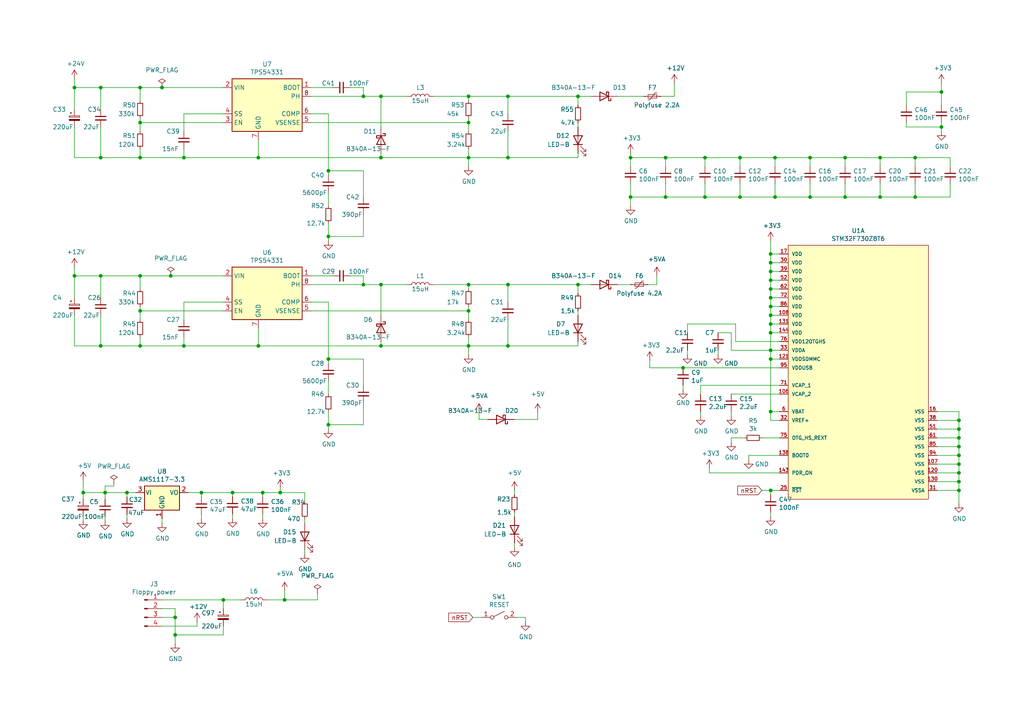
<source format=kicad_sch>
(kicad_sch (version 20230121) (generator eeschema)

  (uuid 68f7174d-ce7a-41b4-89f8-dd7e3ded57a1)

  (paper "A4")

  (title_block
    (title "Greaseweazle F7 Lighting, USB PD")
    (date "2023-08-27")
    (rev "2.04")
    (company "SweProj.com")
  )

  

  (junction (at 110.49 82.55) (diameter 0) (color 0 0 0 0)
    (uuid 01c54577-6862-4ca7-bb55-524c2e995aee)
  )
  (junction (at 198.12 106.68) (diameter 0) (color 0 0 0 0)
    (uuid 06ae599d-ec2a-407f-bd24-54dd2d1d7ca4)
  )
  (junction (at 74.93 45.72) (diameter 0) (color 0 0 0 0)
    (uuid 06fb8a5e-69f3-44ca-bc88-4da9a1408625)
  )
  (junction (at 67.437 142.875) (diameter 0) (color 0 0 0 0)
    (uuid 0ca90552-88f0-4a8c-9eae-ca238d2a0071)
  )
  (junction (at 147.32 45.72) (diameter 0) (color 0 0 0 0)
    (uuid 1533b475-c834-40d3-ae2c-55eb46ae810f)
  )
  (junction (at 40.64 80.01) (diameter 0) (color 0 0 0 0)
    (uuid 17adff9d-c581-42e4-b552-035b922b5256)
  )
  (junction (at 167.64 82.55) (diameter 0) (color 0 0 0 0)
    (uuid 1b8d5810-67b5-41f5-a4e9-e6c2cc9fec50)
  )
  (junction (at 193.04 45.72) (diameter 0) (color 0 0 0 0)
    (uuid 1c7ec62e-d96c-4a0d-ac32-e919b90a3c5b)
  )
  (junction (at 95.25 68.58) (diameter 0) (color 0 0 0 0)
    (uuid 1ebce183-d3ad-4022-b82e-9e0d8cd628db)
  )
  (junction (at 224.79 45.72) (diameter 0) (color 0 0 0 0)
    (uuid 207932d1-3fbf-4bd3-8ef6-a6601aaaae72)
  )
  (junction (at 64.77 173.99) (diameter 0) (color 0 0 0 0)
    (uuid 249d64ff-8ec3-455f-b519-689ffc8f83bc)
  )
  (junction (at 135.89 27.94) (diameter 0) (color 0 0 0 0)
    (uuid 260f62f6-a6cf-45e0-9208-51504e701f69)
  )
  (junction (at 223.52 83.82) (diameter 0) (color 0 0 0 0)
    (uuid 2628b16a-8b1e-4398-be45-c147110e73bb)
  )
  (junction (at 234.95 45.72) (diameter 0) (color 0 0 0 0)
    (uuid 2f29ffe5-cbdc-4a3f-81e6-c7d9f4c5145a)
  )
  (junction (at 167.64 27.94) (diameter 0) (color 0 0 0 0)
    (uuid 33770b56-77ab-4a0c-a675-0ef4f02f8519)
  )
  (junction (at 223.52 86.36) (diameter 0) (color 0 0 0 0)
    (uuid 3497045f-d218-47c9-8fd1-2d0a39585aa6)
  )
  (junction (at 40.64 90.17) (diameter 0) (color 0 0 0 0)
    (uuid 35506831-8c22-45ab-9b57-69eb0f9ef003)
  )
  (junction (at 223.52 142.24) (diameter 0) (color 0 0 0 0)
    (uuid 3bdc61da-fd87-4d91-ae6a-f160ef1e6b25)
  )
  (junction (at 265.43 57.15) (diameter 0) (color 0 0 0 0)
    (uuid 3c19fda9-55de-469e-9693-2d8993bca106)
  )
  (junction (at 29.21 100.33) (diameter 0) (color 0 0 0 0)
    (uuid 414a1d4c-7afc-4ffa-8579-88675cedc4ce)
  )
  (junction (at 214.63 45.72) (diameter 0) (color 0 0 0 0)
    (uuid 4266f6dc-b108-467a-bc4a-756158b1a271)
  )
  (junction (at 81.28 142.875) (diameter 0) (color 0 0 0 0)
    (uuid 42a9616a-abff-4583-83a0-d4dec5df8de7)
  )
  (junction (at 105.41 27.94) (diameter 0) (color 0 0 0 0)
    (uuid 44c331f8-33e4-4ba1-bb1e-3071cc175bfd)
  )
  (junction (at 29.21 80.01) (diameter 0) (color 0 0 0 0)
    (uuid 44cd273f-f3a1-4b9a-83a6-972b276409e1)
  )
  (junction (at 255.27 57.15) (diameter 0) (color 0 0 0 0)
    (uuid 4687c479-536f-4d7c-9d3c-04c9b426c43c)
  )
  (junction (at 223.52 78.74) (diameter 0) (color 0 0 0 0)
    (uuid 481354ed-51b9-4db2-9835-781681979b4b)
  )
  (junction (at 82.55 173.99) (diameter 0) (color 0 0 0 0)
    (uuid 4858a626-c615-4c47-a614-2f1a76e6b13f)
  )
  (junction (at 265.43 45.72) (diameter 0) (color 0 0 0 0)
    (uuid 4e0c0da6-a302-49a1-8b88-4dccac856a0b)
  )
  (junction (at 21.59 80.01) (diameter 0) (color 0 0 0 0)
    (uuid 557d128f-cf69-4c70-9959-d139ac95c63c)
  )
  (junction (at 223.52 101.6) (diameter 0) (color 0 0 0 0)
    (uuid 56801e6d-c4ab-4f7b-8289-2119a52fa227)
  )
  (junction (at 204.47 45.72) (diameter 0) (color 0 0 0 0)
    (uuid 56b53988-7c92-40d8-a754-683f4429d93e)
  )
  (junction (at 36.83 142.875) (diameter 0) (color 0 0 0 0)
    (uuid 59324d4c-12f8-4a3e-a6c5-143d2384150e)
  )
  (junction (at 135.89 82.55) (diameter 0) (color 0 0 0 0)
    (uuid 5a63aa46-8c18-43d5-8def-1c886562be17)
  )
  (junction (at 147.32 27.94) (diameter 0) (color 0 0 0 0)
    (uuid 5c652bfd-7025-48e8-86f2-beee7cb38bd7)
  )
  (junction (at 50.8 179.07) (diameter 0) (color 0 0 0 0)
    (uuid 5ea450c5-c799-4c49-a77b-90af3b812ea4)
  )
  (junction (at 95.25 104.14) (diameter 0) (color 0 0 0 0)
    (uuid 5f7505cc-53a6-463b-b397-33ff845b1ac0)
  )
  (junction (at 182.88 45.72) (diameter 0) (color 0 0 0 0)
    (uuid 60628c1f-f7b2-4a4b-be6f-62bc1a819432)
  )
  (junction (at 245.11 45.72) (diameter 0) (color 0 0 0 0)
    (uuid 6540157e-dd56-419f-8e12-b9f763e7e5a8)
  )
  (junction (at 214.63 57.15) (diameter 0) (color 0 0 0 0)
    (uuid 6597e724-ffad-43f1-9619-cca25cced87f)
  )
  (junction (at 58.42 142.875) (diameter 0) (color 0 0 0 0)
    (uuid 6a9e1afc-56ba-4859-b642-84caf4b8d598)
  )
  (junction (at 278.13 139.7) (diameter 0) (color 0 0 0 0)
    (uuid 6d401fdd-c1f6-4321-96c4-4843b6143be9)
  )
  (junction (at 105.41 82.55) (diameter 0) (color 0 0 0 0)
    (uuid 77cfe682-cc36-4979-823b-05ea5f187ba7)
  )
  (junction (at 49.53 80.01) (diameter 0) (color 0 0 0 0)
    (uuid 7c413acd-4980-469d-ab76-1200f761d768)
  )
  (junction (at 245.11 57.15) (diameter 0) (color 0 0 0 0)
    (uuid 7da6dd22-6820-4812-8b65-ceb1440c016d)
  )
  (junction (at 147.32 100.33) (diameter 0) (color 0 0 0 0)
    (uuid 802bd717-75a4-4efc-bdc3-ab512c6bce65)
  )
  (junction (at 46.99 25.4) (diameter 0) (color 0 0 0 0)
    (uuid 815137f8-37a3-45c9-b824-b8497cb4a699)
  )
  (junction (at 223.52 96.52) (diameter 0) (color 0 0 0 0)
    (uuid 83181dd0-bbcd-4a99-a5a2-7d6961abb51a)
  )
  (junction (at 29.21 25.4) (diameter 0) (color 0 0 0 0)
    (uuid 84daabe5-262d-44f3-8073-3a5eff98700f)
  )
  (junction (at 40.64 45.72) (diameter 0) (color 0 0 0 0)
    (uuid 84e64de5-2809-4251-a45b-2b46d2cc79df)
  )
  (junction (at 24.13 142.875) (diameter 0) (color 0 0 0 0)
    (uuid 86f8bffa-911c-465c-baff-fcbd92893959)
  )
  (junction (at 278.13 132.08) (diameter 0) (color 0 0 0 0)
    (uuid 88a7e34c-57e7-48ce-a358-6866b2c01d90)
  )
  (junction (at 95.25 123.19) (diameter 0) (color 0 0 0 0)
    (uuid 88e4f832-79d6-4c54-9ce3-4328dcb9d5b5)
  )
  (junction (at 147.32 82.55) (diameter 0) (color 0 0 0 0)
    (uuid 88ea0fe3-17bb-45bf-bf71-4da88c965186)
  )
  (junction (at 224.79 57.15) (diameter 0) (color 0 0 0 0)
    (uuid 895d5ca3-0e9a-421e-88ea-3017edd2db62)
  )
  (junction (at 223.52 81.28) (diameter 0) (color 0 0 0 0)
    (uuid 8cf4e6c7-f213-4dc6-a215-9a85d8791784)
  )
  (junction (at 223.52 91.44) (diameter 0) (color 0 0 0 0)
    (uuid 8dcf40e6-09a5-42e4-8b46-f4738540468d)
  )
  (junction (at 223.52 93.98) (diameter 0) (color 0 0 0 0)
    (uuid 90207e9d-650a-4c45-b7d5-e506cc85537d)
  )
  (junction (at 255.27 45.72) (diameter 0) (color 0 0 0 0)
    (uuid 914ccec4-572a-4ec0-b281-596368eea274)
  )
  (junction (at 135.89 35.56) (diameter 0) (color 0 0 0 0)
    (uuid 97972d9a-c8ac-431f-b1f4-0da8477b5639)
  )
  (junction (at 273.05 36.83) (diameter 0) (color 0 0 0 0)
    (uuid 9b774066-2c22-4032-af01-4291adb02340)
  )
  (junction (at 204.47 57.15) (diameter 0) (color 0 0 0 0)
    (uuid 9cab0c4e-2726-433f-a46f-c25156ae2489)
  )
  (junction (at 40.64 35.56) (diameter 0) (color 0 0 0 0)
    (uuid 9cd1ba63-2087-4000-a5a9-797dad78d993)
  )
  (junction (at 234.95 57.15) (diameter 0) (color 0 0 0 0)
    (uuid 9f5c7a80-7220-432e-865b-d1468e8a8d4c)
  )
  (junction (at 278.13 121.92) (diameter 0) (color 0 0 0 0)
    (uuid a17368fb-646b-4ffd-9057-0994609f8a46)
  )
  (junction (at 21.59 25.4) (diameter 0) (color 0 0 0 0)
    (uuid a3eaa329-1c23-49fc-9fb5-976de81b788e)
  )
  (junction (at 278.13 137.16) (diameter 0) (color 0 0 0 0)
    (uuid a6d88d7d-92d8-4fc8-b103-7599e55f18c0)
  )
  (junction (at 29.21 45.72) (diameter 0) (color 0 0 0 0)
    (uuid b034f82f-3ce9-4423-89ad-7ecf03d348d0)
  )
  (junction (at 50.8 184.15) (diameter 0) (color 0 0 0 0)
    (uuid b365172c-71c7-4b5f-8ac8-fa4cd5afef21)
  )
  (junction (at 53.34 100.33) (diameter 0) (color 0 0 0 0)
    (uuid b42a4498-7f71-4787-a0f1-b44423616ac9)
  )
  (junction (at 278.13 127) (diameter 0) (color 0 0 0 0)
    (uuid b7013b78-ce5a-47df-9e6f-e993b6073985)
  )
  (junction (at 53.34 45.72) (diameter 0) (color 0 0 0 0)
    (uuid b9272e8b-2d00-4d6b-ae8c-fd62ef331586)
  )
  (junction (at 110.49 100.33) (diameter 0) (color 0 0 0 0)
    (uuid bb7f3caf-4343-4dcb-b7b2-5479c850c4a2)
  )
  (junction (at 30.48 142.875) (diameter 0) (color 0 0 0 0)
    (uuid c17ad916-21bb-4677-b8ab-190f905f0beb)
  )
  (junction (at 278.13 124.46) (diameter 0) (color 0 0 0 0)
    (uuid c78d97f4-1d1b-46c3-bcbb-8424944a8978)
  )
  (junction (at 40.64 25.4) (diameter 0) (color 0 0 0 0)
    (uuid c837798c-83c8-4e02-b288-fa03714cab74)
  )
  (junction (at 135.89 100.33) (diameter 0) (color 0 0 0 0)
    (uuid c9863f4f-bdf5-49f4-b18e-dce622ff9931)
  )
  (junction (at 223.52 73.66) (diameter 0) (color 0 0 0 0)
    (uuid cec22d4a-eda3-4d50-8609-c3a123c120be)
  )
  (junction (at 223.52 119.38) (diameter 0) (color 0 0 0 0)
    (uuid cf06bbbc-3fa0-42b7-9a99-642ec3689891)
  )
  (junction (at 193.04 57.15) (diameter 0) (color 0 0 0 0)
    (uuid d316b729-072f-4d15-a495-cbeb8407aea0)
  )
  (junction (at 223.52 76.2) (diameter 0) (color 0 0 0 0)
    (uuid da7eee34-4516-4154-9034-7c9b8e2afe41)
  )
  (junction (at 273.05 26.67) (diameter 0) (color 0 0 0 0)
    (uuid ddfa4cf0-3486-4284-897b-3a9e51f271d9)
  )
  (junction (at 95.25 49.53) (diameter 0) (color 0 0 0 0)
    (uuid e02b47af-92a8-4b6e-841f-f88d0fa73eb7)
  )
  (junction (at 278.13 129.54) (diameter 0) (color 0 0 0 0)
    (uuid e0660a46-ff2a-4b28-b311-cf71bc999b82)
  )
  (junction (at 110.49 27.94) (diameter 0) (color 0 0 0 0)
    (uuid e208ea3a-d990-4992-b395-c95b18b77f83)
  )
  (junction (at 182.88 57.15) (diameter 0) (color 0 0 0 0)
    (uuid e73ef891-c9f9-42ab-894b-b2580ee0b0a1)
  )
  (junction (at 76.2 142.875) (diameter 0) (color 0 0 0 0)
    (uuid eb43ca25-4d68-40a4-98c7-2e1932cda240)
  )
  (junction (at 40.64 100.33) (diameter 0) (color 0 0 0 0)
    (uuid f0e6fae4-0008-43ed-8719-bf62839f601f)
  )
  (junction (at 110.49 45.72) (diameter 0) (color 0 0 0 0)
    (uuid f3642676-ce32-431a-adfa-a8e750bc449d)
  )
  (junction (at 278.13 134.62) (diameter 0) (color 0 0 0 0)
    (uuid f5a54919-b960-48fc-8517-e9e32dce0bf0)
  )
  (junction (at 223.52 104.14) (diameter 0) (color 0 0 0 0)
    (uuid f83c7689-506f-4228-94dd-e1c4dd714e67)
  )
  (junction (at 135.89 90.17) (diameter 0) (color 0 0 0 0)
    (uuid f89b1d5e-28c8-498c-b199-7acbd8607540)
  )
  (junction (at 135.89 45.72) (diameter 0) (color 0 0 0 0)
    (uuid f9c966ae-23e4-43cd-95e1-ebb675260935)
  )
  (junction (at 74.93 100.33) (diameter 0) (color 0 0 0 0)
    (uuid fda94f0a-876e-4bf0-ad10-35819851e3e9)
  )
  (junction (at 223.52 88.9) (diameter 0) (color 0 0 0 0)
    (uuid fdd41a68-206a-4076-b64a-8b7633d428d6)
  )
  (junction (at 278.13 142.24) (diameter 0) (color 0 0 0 0)
    (uuid fe2b05f5-675b-44d0-956c-c5829b7c692a)
  )

  (wire (pts (xy 21.59 25.4) (xy 29.21 25.4))
    (stroke (width 0) (type default))
    (uuid 00185541-0a55-4e62-91d8-99e7a7720d36)
  )
  (wire (pts (xy 255.27 57.15) (xy 265.43 57.15))
    (stroke (width 0) (type default))
    (uuid 00627221-b0fd-448e-b5a6-250d249697c2)
  )
  (wire (pts (xy 67.437 149.098) (xy 67.437 150.368))
    (stroke (width 0) (type default))
    (uuid 00cfadd5-9667-4db6-b4bc-212d70222d0d)
  )
  (wire (pts (xy 205.74 137.16) (xy 205.74 135.89))
    (stroke (width 0) (type default))
    (uuid 01caafb3-af8a-4642-870c-c290b286d040)
  )
  (wire (pts (xy 212.09 127) (xy 215.9 127))
    (stroke (width 0) (type default))
    (uuid 037a257a-ceb2-409c-ab24-48a743172dae)
  )
  (wire (pts (xy 74.93 100.33) (xy 110.49 100.33))
    (stroke (width 0) (type default))
    (uuid 059f4155-bed3-4fb2-9baa-d569f31b7e5d)
  )
  (wire (pts (xy 223.52 76.2) (xy 223.52 78.74))
    (stroke (width 0) (type default))
    (uuid 05c4a04b-0442-4e18-9747-3d9fc4a562fe)
  )
  (wire (pts (xy 198.12 111.76) (xy 198.12 113.03))
    (stroke (width 0) (type default))
    (uuid 077985bd-c8a6-43b8-af30-1141a8334306)
  )
  (wire (pts (xy 90.17 35.56) (xy 135.89 35.56))
    (stroke (width 0) (type default))
    (uuid 09433d97-62ec-42de-89f2-7d0b68dc1b9d)
  )
  (wire (pts (xy 40.64 90.17) (xy 64.77 90.17))
    (stroke (width 0) (type default))
    (uuid 0a52fedd-967a-423d-aaaf-3875f20f935b)
  )
  (wire (pts (xy 64.77 173.99) (xy 64.77 176.53))
    (stroke (width 0) (type default))
    (uuid 0b9bca24-2bc9-4c56-8c54-04143186765e)
  )
  (wire (pts (xy 224.79 45.72) (xy 234.95 45.72))
    (stroke (width 0) (type default))
    (uuid 0ba3fcf8-07bd-443d-be28-f69a4ad80df4)
  )
  (wire (pts (xy 226.06 101.6) (xy 223.52 101.6))
    (stroke (width 0) (type default))
    (uuid 0c345fc5-964b-48c0-9452-55507c868edc)
  )
  (wire (pts (xy 92.075 173.99) (xy 92.075 172.085))
    (stroke (width 0) (type default))
    (uuid 0c3692d2-4f9a-4f58-b8c7-f3b7b8fc6b6a)
  )
  (wire (pts (xy 214.63 57.15) (xy 224.79 57.15))
    (stroke (width 0) (type default))
    (uuid 0d7333ca-0587-43cb-9af7-f59016c85820)
  )
  (wire (pts (xy 21.59 80.01) (xy 29.21 80.01))
    (stroke (width 0) (type default))
    (uuid 0dcb5ab5-f291-489d-b2bc-0f0b25b801ee)
  )
  (wire (pts (xy 135.89 35.56) (xy 135.89 34.29))
    (stroke (width 0) (type default))
    (uuid 0e11718f-21aa-474d-9bf4-88d875870740)
  )
  (wire (pts (xy 110.49 27.94) (xy 118.11 27.94))
    (stroke (width 0) (type default))
    (uuid 0e852933-f119-4b7f-a503-b829e02656a9)
  )
  (wire (pts (xy 217.17 132.08) (xy 217.17 133.35))
    (stroke (width 0) (type default))
    (uuid 0f6b89db-12ed-4dac-b3ce-819a49798117)
  )
  (wire (pts (xy 95.25 49.53) (xy 105.41 49.53))
    (stroke (width 0) (type default))
    (uuid 10df6e07-cc84-4b25-a71b-19a35b4b40da)
  )
  (wire (pts (xy 21.59 77.47) (xy 21.59 80.01))
    (stroke (width 0) (type default))
    (uuid 10e5ae6d-e43e-4ff8-abc5-fd9df16782da)
  )
  (wire (pts (xy 21.59 36.83) (xy 21.59 45.72))
    (stroke (width 0) (type default))
    (uuid 128a7556-cb3d-406d-b84d-6d9efc7f9ed8)
  )
  (wire (pts (xy 135.89 90.17) (xy 135.89 88.9))
    (stroke (width 0) (type default))
    (uuid 12c9f3e1-9431-42f8-b6f8-fb6fd35fc1cb)
  )
  (wire (pts (xy 271.78 129.54) (xy 278.13 129.54))
    (stroke (width 0) (type default))
    (uuid 1354903a-b7d2-4e04-b220-6c6c8f058ef7)
  )
  (wire (pts (xy 29.21 25.4) (xy 40.64 25.4))
    (stroke (width 0) (type default))
    (uuid 1416f46f-efcf-4c99-81af-d39cf81f2652)
  )
  (wire (pts (xy 81.28 142.875) (xy 88.392 142.875))
    (stroke (width 0) (type default))
    (uuid 15084521-374a-4f95-bc25-4132739c238e)
  )
  (wire (pts (xy 24.13 149.86) (xy 24.13 150.876))
    (stroke (width 0) (type default))
    (uuid 173a3cc6-0a20-4747-ba7b-6cf701a04c08)
  )
  (wire (pts (xy 88.392 142.875) (xy 88.392 145.415))
    (stroke (width 0) (type default))
    (uuid 177f1d95-3206-4e86-a326-b75c396c89a3)
  )
  (wire (pts (xy 167.64 45.72) (xy 167.64 44.45))
    (stroke (width 0) (type default))
    (uuid 198642f2-8db4-475b-ac24-9da65c994a3a)
  )
  (wire (pts (xy 149.225 142.24) (xy 149.225 143.51))
    (stroke (width 0) (type default))
    (uuid 1b716d9a-7437-4cc1-b8ae-a18487edbfb3)
  )
  (wire (pts (xy 193.04 57.15) (xy 204.47 57.15))
    (stroke (width 0) (type default))
    (uuid 1ba3e338-9465-4844-8361-6715d7885c15)
  )
  (wire (pts (xy 223.52 78.74) (xy 223.52 81.28))
    (stroke (width 0) (type default))
    (uuid 1c4dfe58-85b1-467f-8e9d-bdb7a0d0ca8e)
  )
  (wire (pts (xy 271.78 127) (xy 278.13 127))
    (stroke (width 0) (type default))
    (uuid 1c57f8a5-0a6c-44cd-b514-5b9d5f8cc98b)
  )
  (wire (pts (xy 24.13 142.875) (xy 24.13 144.78))
    (stroke (width 0) (type default))
    (uuid 1cb2b992-1f62-44c1-ae18-61c4645b7898)
  )
  (wire (pts (xy 199.39 101.6) (xy 199.39 102.87))
    (stroke (width 0) (type default))
    (uuid 1cd08355-701e-4fba-886f-d48517dcccf5)
  )
  (wire (pts (xy 204.47 45.72) (xy 214.63 45.72))
    (stroke (width 0) (type default))
    (uuid 2056f16f-2d4a-4f35-8a56-49ab69eeef16)
  )
  (wire (pts (xy 214.63 48.26) (xy 214.63 45.72))
    (stroke (width 0) (type default))
    (uuid 21c9358c-c2dd-4df5-9cfe-ea9bd0b49374)
  )
  (wire (pts (xy 135.89 45.72) (xy 135.89 43.18))
    (stroke (width 0) (type default))
    (uuid 22312754-c8c2-4400-b598-394e06b2be81)
  )
  (wire (pts (xy 278.13 142.24) (xy 278.13 146.05))
    (stroke (width 0) (type default))
    (uuid 224e8890-cdee-45fd-bd2e-64fe49c2de75)
  )
  (wire (pts (xy 90.17 80.01) (xy 96.52 80.01))
    (stroke (width 0) (type default))
    (uuid 2276bf47-b441-4aa2-ba22-8213875ce0ee)
  )
  (wire (pts (xy 76.2 144.145) (xy 76.2 142.875))
    (stroke (width 0) (type default))
    (uuid 2471afde-423c-4d7c-b400-51c1e438643f)
  )
  (wire (pts (xy 204.47 57.15) (xy 214.63 57.15))
    (stroke (width 0) (type default))
    (uuid 2571f4c8-d7fc-4e8c-94df-f480e56bb717)
  )
  (wire (pts (xy 203.2 119.38) (xy 203.2 120.65))
    (stroke (width 0) (type default))
    (uuid 2a507df7-40c5-4523-b0fd-269cea55efb9)
  )
  (wire (pts (xy 90.17 27.94) (xy 105.41 27.94))
    (stroke (width 0) (type default))
    (uuid 2aabebab-10c6-4637-946b-cda31980f550)
  )
  (wire (pts (xy 101.6 80.01) (xy 105.41 80.01))
    (stroke (width 0) (type default))
    (uuid 2af1d271-3c6a-476d-8eba-6b2aab466da3)
  )
  (wire (pts (xy 223.52 86.36) (xy 226.06 86.36))
    (stroke (width 0) (type default))
    (uuid 2b1a1d99-4ea2-4cae-846a-5609aadc4265)
  )
  (wire (pts (xy 278.13 132.08) (xy 278.13 134.62))
    (stroke (width 0) (type default))
    (uuid 2b878984-ad62-40d5-87be-d30f465ae2b3)
  )
  (wire (pts (xy 40.64 45.72) (xy 40.64 43.18))
    (stroke (width 0) (type default))
    (uuid 2c3d5c2f-c119-4276-9b7e-33808f1d9396)
  )
  (wire (pts (xy 147.32 45.72) (xy 147.32 38.1))
    (stroke (width 0) (type default))
    (uuid 2d4ba971-ddd9-4f08-ae0a-4bc49faa5143)
  )
  (wire (pts (xy 224.79 57.15) (xy 234.95 57.15))
    (stroke (width 0) (type default))
    (uuid 2f122013-8dbc-4371-941a-b52e2115db20)
  )
  (wire (pts (xy 214.63 45.72) (xy 224.79 45.72))
    (stroke (width 0) (type default))
    (uuid 2f8ebbbf-0f11-4a15-9648-1d28e5593127)
  )
  (wire (pts (xy 21.59 80.01) (xy 21.59 86.36))
    (stroke (width 0) (type default))
    (uuid 30b75c25-1d2c-45e7-83e2-bb3be98f8f83)
  )
  (wire (pts (xy 245.11 45.72) (xy 255.27 45.72))
    (stroke (width 0) (type default))
    (uuid 31b8e579-7afa-4dee-9f20-b2fefaae3c16)
  )
  (wire (pts (xy 271.78 121.92) (xy 278.13 121.92))
    (stroke (width 0) (type default))
    (uuid 335263d3-7e35-4a9c-83c2-cd71d45f0688)
  )
  (wire (pts (xy 33.02 140.97) (xy 33.02 140.335))
    (stroke (width 0) (type default))
    (uuid 335f99d2-4459-40ac-ab88-9b82c64bef4d)
  )
  (wire (pts (xy 88.392 160.655) (xy 88.392 159.385))
    (stroke (width 0) (type default))
    (uuid 3361482c-ca19-4873-b4a9-88f85f1328a1)
  )
  (wire (pts (xy 147.32 82.55) (xy 147.32 87.63))
    (stroke (width 0) (type default))
    (uuid 338b7824-6fa7-42ef-b79a-c6dc90689f4e)
  )
  (wire (pts (xy 271.78 124.46) (xy 278.13 124.46))
    (stroke (width 0) (type default))
    (uuid 33b48673-c959-4510-b6fa-fd3f7bdb00fd)
  )
  (wire (pts (xy 182.88 53.34) (xy 182.88 57.15))
    (stroke (width 0) (type default))
    (uuid 33e40dd5-556d-4de0-ab08-235c61b7ba9f)
  )
  (wire (pts (xy 147.32 27.94) (xy 167.64 27.94))
    (stroke (width 0) (type default))
    (uuid 33ef82c8-b659-42b6-9429-5436a00e7b54)
  )
  (wire (pts (xy 57.15 181.61) (xy 57.15 180.34))
    (stroke (width 0) (type default))
    (uuid 3520b9bf-2dfc-4868-a650-86ff98682e83)
  )
  (wire (pts (xy 262.89 35.56) (xy 262.89 36.83))
    (stroke (width 0) (type default))
    (uuid 3581de8b-daeb-467a-8039-51714599e4ba)
  )
  (wire (pts (xy 40.64 100.33) (xy 40.64 97.79))
    (stroke (width 0) (type default))
    (uuid 373b5b59-9fbb-41a2-845d-56a1ed5a82dd)
  )
  (wire (pts (xy 74.93 40.64) (xy 74.93 45.72))
    (stroke (width 0) (type default))
    (uuid 38c40dcc-c1da-4f6f-a147-01497313c7b0)
  )
  (wire (pts (xy 182.88 44.45) (xy 182.88 45.72))
    (stroke (width 0) (type default))
    (uuid 3a274653-eff3-4ffe-9be8-2bfd0950af0a)
  )
  (wire (pts (xy 182.88 57.15) (xy 193.04 57.15))
    (stroke (width 0) (type default))
    (uuid 3a568413-17bd-4a87-b1ac-928e77fa1b6a)
  )
  (wire (pts (xy 135.89 35.56) (xy 135.89 38.1))
    (stroke (width 0) (type default))
    (uuid 3afae848-3ba1-40f3-a73d-cfa98c2ff8b2)
  )
  (wire (pts (xy 135.89 45.72) (xy 147.32 45.72))
    (stroke (width 0) (type default))
    (uuid 3b199d04-ad2b-4bc0-b66c-8629e7796fdd)
  )
  (wire (pts (xy 234.95 48.26) (xy 234.95 45.72))
    (stroke (width 0) (type default))
    (uuid 3ba59656-e36e-4caa-8957-90ed8686b3d3)
  )
  (wire (pts (xy 223.52 86.36) (xy 223.52 88.9))
    (stroke (width 0) (type default))
    (uuid 3bc24d10-b3eb-4abe-836d-a8521ccc4341)
  )
  (wire (pts (xy 199.39 96.52) (xy 199.39 93.98))
    (stroke (width 0) (type default))
    (uuid 3c3e78d8-62d7-4020-ae7c-c489234b27d5)
  )
  (wire (pts (xy 223.52 83.82) (xy 226.06 83.82))
    (stroke (width 0) (type default))
    (uuid 3cf0233f-86e3-4b85-ad75-fb8a46f37498)
  )
  (wire (pts (xy 135.89 82.55) (xy 147.32 82.55))
    (stroke (width 0) (type default))
    (uuid 3d0a8609-a059-4734-b988-da00f509164d)
  )
  (wire (pts (xy 105.41 25.4) (xy 105.41 27.94))
    (stroke (width 0) (type default))
    (uuid 3eee2221-7af9-4d6a-ba79-a48c3fd1ac35)
  )
  (wire (pts (xy 53.34 92.71) (xy 53.34 87.63))
    (stroke (width 0) (type default))
    (uuid 3f0c3fb9-57f0-4439-b2df-3c934842d7db)
  )
  (wire (pts (xy 135.89 100.33) (xy 135.89 102.87))
    (stroke (width 0) (type default))
    (uuid 407d0cd8-54f8-47a8-90cb-42c8a441d04f)
  )
  (wire (pts (xy 40.64 35.56) (xy 40.64 38.1))
    (stroke (width 0) (type default))
    (uuid 41e442c4-3daa-4776-bd79-7990c939b354)
  )
  (wire (pts (xy 76.2 149.225) (xy 76.2 150.495))
    (stroke (width 0) (type default))
    (uuid 4275c2b3-59e7-409d-ae75-26ae06cb35e2)
  )
  (wire (pts (xy 90.17 33.02) (xy 95.25 33.02))
    (stroke (width 0) (type default))
    (uuid 42795956-f125-4166-860d-4316fe3791b8)
  )
  (wire (pts (xy 147.32 100.33) (xy 147.32 92.71))
    (stroke (width 0) (type default))
    (uuid 45fc93ca-f8ba-48a8-9189-1c9886475cd3)
  )
  (wire (pts (xy 271.78 142.24) (xy 278.13 142.24))
    (stroke (width 0) (type default))
    (uuid 4612f9f0-1343-4ba7-94dd-7d3e9fc08dad)
  )
  (wire (pts (xy 40.64 35.56) (xy 40.64 34.29))
    (stroke (width 0) (type default))
    (uuid 46255620-16a2-4e81-9e4a-58dddcf89388)
  )
  (wire (pts (xy 30.48 140.97) (xy 33.02 140.97))
    (stroke (width 0) (type default))
    (uuid 46a2c0d5-bc1a-40a0-81d1-79c4e48e8bab)
  )
  (wire (pts (xy 245.11 57.15) (xy 255.27 57.15))
    (stroke (width 0) (type default))
    (uuid 47890384-6eaa-420c-b9ae-e68a6a7f17b5)
  )
  (wire (pts (xy 278.13 129.54) (xy 278.13 132.08))
    (stroke (width 0) (type default))
    (uuid 4a56ac62-5ec2-46fc-a86c-9adf2d8fead1)
  )
  (wire (pts (xy 278.13 139.7) (xy 278.13 142.24))
    (stroke (width 0) (type default))
    (uuid 4b3cefd2-e7d7-4d25-8bb9-37548c3e8b03)
  )
  (wire (pts (xy 95.25 68.58) (xy 95.25 69.85))
    (stroke (width 0) (type default))
    (uuid 4c77837f-2440-4b7b-8e7e-430f981c7c04)
  )
  (wire (pts (xy 40.64 90.17) (xy 40.64 88.9))
    (stroke (width 0) (type default))
    (uuid 4de018aa-33f9-4679-9406-fafd70ff0142)
  )
  (wire (pts (xy 46.99 150.495) (xy 46.99 151.765))
    (stroke (width 0) (type default))
    (uuid 4f31acca-384a-4c19-b00c-be85acf73c40)
  )
  (wire (pts (xy 212.09 101.6) (xy 223.52 101.6))
    (stroke (width 0) (type default))
    (uuid 4ff71e44-dddb-450e-9f6f-fe3947968fd4)
  )
  (wire (pts (xy 29.21 100.33) (xy 29.21 91.44))
    (stroke (width 0) (type default))
    (uuid 504cb9e4-5572-4208-bc9d-30a7efff8b9a)
  )
  (wire (pts (xy 220.98 142.24) (xy 223.52 142.24))
    (stroke (width 0) (type default))
    (uuid 505c1d3e-8ca5-438e-9eae-18483f12882c)
  )
  (wire (pts (xy 46.99 181.61) (xy 57.15 181.61))
    (stroke (width 0) (type default))
    (uuid 506110af-ac51-4501-bfa6-1552a848d599)
  )
  (wire (pts (xy 53.34 45.72) (xy 40.64 45.72))
    (stroke (width 0) (type default))
    (uuid 50cd7dd2-4ee6-4ead-a8d7-6798eb55f8db)
  )
  (wire (pts (xy 105.41 104.14) (xy 105.41 111.76))
    (stroke (width 0) (type default))
    (uuid 5125c4d9-cf5c-4fe5-9dc8-c939e40fcd6f)
  )
  (wire (pts (xy 110.49 27.94) (xy 110.49 36.83))
    (stroke (width 0) (type default))
    (uuid 53548090-4b36-44b5-9ef5-2fa214b2fbf4)
  )
  (wire (pts (xy 46.99 25.4) (xy 64.77 25.4))
    (stroke (width 0) (type default))
    (uuid 53f9ab78-8fd2-45f8-9537-0c1630b2861a)
  )
  (wire (pts (xy 110.49 99.06) (xy 110.49 100.33))
    (stroke (width 0) (type default))
    (uuid 55b28997-b330-40d1-b32a-125cd071668d)
  )
  (wire (pts (xy 40.64 80.01) (xy 49.53 80.01))
    (stroke (width 0) (type default))
    (uuid 5684e95c-6824-46cf-8e72-881178a51d31)
  )
  (wire (pts (xy 220.98 127) (xy 226.06 127))
    (stroke (width 0) (type default))
    (uuid 57e17378-f1f7-42d0-9ad3-fb44c2d5cdc3)
  )
  (wire (pts (xy 95.25 104.14) (xy 105.41 104.14))
    (stroke (width 0) (type default))
    (uuid 58728297-c362-4c70-a751-4d60ffa81b1a)
  )
  (wire (pts (xy 226.06 119.38) (xy 223.52 119.38))
    (stroke (width 0) (type default))
    (uuid 58c4b7f1-3bfe-4269-af43-3ce726a108d9)
  )
  (wire (pts (xy 223.52 83.82) (xy 223.52 86.36))
    (stroke (width 0) (type default))
    (uuid 594594ee-9de8-45bc-b621-a9251877b0c2)
  )
  (wire (pts (xy 110.49 82.55) (xy 110.49 91.44))
    (stroke (width 0) (type default))
    (uuid 5aa1c642-a9f0-4211-8572-3a7e8453422e)
  )
  (wire (pts (xy 125.73 82.55) (xy 135.89 82.55))
    (stroke (width 0) (type default))
    (uuid 5c9202d7-6a93-43b3-87c0-77347fd72885)
  )
  (wire (pts (xy 21.59 91.44) (xy 21.59 100.33))
    (stroke (width 0) (type default))
    (uuid 5daf2c3c-7702-4a59-b99d-84464c054bc4)
  )
  (wire (pts (xy 149.86 179.07) (xy 152.4 179.07))
    (stroke (width 0) (type default))
    (uuid 5ecea6c7-cbcd-4340-9db8-55b54a886e1e)
  )
  (wire (pts (xy 213.36 99.06) (xy 226.06 99.06))
    (stroke (width 0) (type default))
    (uuid 5ed637ac-40ac-434c-a406-609e25d3658d)
  )
  (wire (pts (xy 40.64 45.72) (xy 29.21 45.72))
    (stroke (width 0) (type default))
    (uuid 5f4676ff-2597-415d-a32e-98d53038f432)
  )
  (wire (pts (xy 167.64 82.55) (xy 167.64 85.09))
    (stroke (width 0) (type default))
    (uuid 60ca4740-3009-4486-93d6-c2502818122b)
  )
  (wire (pts (xy 95.25 104.14) (xy 95.25 105.41))
    (stroke (width 0) (type default))
    (uuid 60fc0348-15d2-462c-9b87-dbb507b8717b)
  )
  (wire (pts (xy 167.64 35.56) (xy 167.64 36.83))
    (stroke (width 0) (type default))
    (uuid 61415144-ce8f-483a-82b7-e2e320f7f0b4)
  )
  (wire (pts (xy 234.95 53.34) (xy 234.95 57.15))
    (stroke (width 0) (type default))
    (uuid 62c6f8ce-78e5-4ab3-bb01-2fcb0df87aa6)
  )
  (wire (pts (xy 67.437 142.875) (xy 76.2 142.875))
    (stroke (width 0) (type default))
    (uuid 6301f184-dc0e-47d1-a158-5fdcab3140e4)
  )
  (wire (pts (xy 149.225 158.75) (xy 149.225 157.48))
    (stroke (width 0) (type default))
    (uuid 633184ac-d7fc-4412-b38a-8ca5e84ee37b)
  )
  (wire (pts (xy 223.52 91.44) (xy 223.52 93.98))
    (stroke (width 0) (type default))
    (uuid 6476e233-d260-45fe-84d2-9ade7d0003a0)
  )
  (wire (pts (xy 191.77 27.94) (xy 195.58 27.94))
    (stroke (width 0) (type default))
    (uuid 6505825f-43ee-4fb8-b546-c0b2310ed040)
  )
  (wire (pts (xy 95.25 49.53) (xy 95.25 50.8))
    (stroke (width 0) (type default))
    (uuid 65908b01-f0a0-46e1-84f2-bf49d46af2a7)
  )
  (wire (pts (xy 223.52 76.2) (xy 226.06 76.2))
    (stroke (width 0) (type default))
    (uuid 6a5b3eea-de35-4a54-8316-e56ea2a634e4)
  )
  (wire (pts (xy 50.8 176.53) (xy 50.8 179.07))
    (stroke (width 0) (type default))
    (uuid 6e23d37a-3804-4cb0-9f56-ede150eedda5)
  )
  (wire (pts (xy 135.89 100.33) (xy 135.89 97.79))
    (stroke (width 0) (type default))
    (uuid 6fb8126a-bcf3-40a3-924c-e2fbe8dba36a)
  )
  (wire (pts (xy 40.64 100.33) (xy 29.21 100.33))
    (stroke (width 0) (type default))
    (uuid 72e9c34a-4fbc-4581-8ad2-e93bc3c3ccb0)
  )
  (wire (pts (xy 46.99 179.07) (xy 50.8 179.07))
    (stroke (width 0) (type default))
    (uuid 730780c7-40bd-484b-b640-ae047209b478)
  )
  (wire (pts (xy 76.2 142.875) (xy 81.28 142.875))
    (stroke (width 0) (type default))
    (uuid 731aea1e-3e92-458c-8eee-7dde79352436)
  )
  (wire (pts (xy 226.06 137.16) (xy 205.74 137.16))
    (stroke (width 0) (type default))
    (uuid 74d2d2c1-d0d5-412f-ab06-bb67df0a3900)
  )
  (wire (pts (xy 40.64 25.4) (xy 46.99 25.4))
    (stroke (width 0) (type default))
    (uuid 755d3d18-6013-47c4-9133-c783ae2db259)
  )
  (wire (pts (xy 208.28 101.6) (xy 208.28 102.87))
    (stroke (width 0) (type default))
    (uuid 75f982a1-6ab8-4209-a4a8-58e41c3ce9c1)
  )
  (wire (pts (xy 50.8 184.15) (xy 64.77 184.15))
    (stroke (width 0) (type default))
    (uuid 76128f25-d168-4ed5-875a-6c6455a35d4f)
  )
  (wire (pts (xy 223.52 81.28) (xy 223.52 83.82))
    (stroke (width 0) (type default))
    (uuid 77121855-7958-40c5-81ca-b386a811e84c)
  )
  (wire (pts (xy 271.78 137.16) (xy 278.13 137.16))
    (stroke (width 0) (type default))
    (uuid 773bdc81-beec-4a4b-9485-1c1dd15c6e5a)
  )
  (wire (pts (xy 49.53 80.01) (xy 64.77 80.01))
    (stroke (width 0) (type default))
    (uuid 784959bf-d198-4c95-8bb8-61301ecc2898)
  )
  (wire (pts (xy 271.78 132.08) (xy 278.13 132.08))
    (stroke (width 0) (type default))
    (uuid 78d3a4a0-e724-44e1-963f-de88a39d4158)
  )
  (wire (pts (xy 223.52 78.74) (xy 226.06 78.74))
    (stroke (width 0) (type default))
    (uuid 7a332b0c-4cba-438b-85c1-9efe2690fb62)
  )
  (wire (pts (xy 198.12 106.68) (xy 226.06 106.68))
    (stroke (width 0) (type default))
    (uuid 7a4a5c0e-c639-4f33-aa7f-cf5502abd572)
  )
  (wire (pts (xy 273.05 26.67) (xy 273.05 30.48))
    (stroke (width 0) (type default))
    (uuid 7b1f2f40-abe7-4adb-bfe4-3f1a7f99a0f2)
  )
  (wire (pts (xy 95.25 87.63) (xy 95.25 104.14))
    (stroke (width 0) (type default))
    (uuid 7b58219a-a31d-4ba4-804a-77c6d706d8bc)
  )
  (wire (pts (xy 105.41 27.94) (xy 110.49 27.94))
    (stroke (width 0) (type default))
    (uuid 7b694997-43fc-41fd-818b-681c539b1571)
  )
  (wire (pts (xy 262.89 26.67) (xy 273.05 26.67))
    (stroke (width 0) (type default))
    (uuid 7bc13ee4-2194-461b-9242-0d96ebba241b)
  )
  (wire (pts (xy 234.95 45.72) (xy 245.11 45.72))
    (stroke (width 0) (type default))
    (uuid 7c1dbd41-291a-4aad-bf3b-16497f84df7b)
  )
  (wire (pts (xy 226.06 132.08) (xy 217.17 132.08))
    (stroke (width 0) (type default))
    (uuid 7d283b62-f314-41a0-b56b-d307f2ebfa85)
  )
  (wire (pts (xy 275.59 48.26) (xy 275.59 45.72))
    (stroke (width 0) (type default))
    (uuid 7e509ce7-bdc7-45fb-b2d0-c14a958a5480)
  )
  (wire (pts (xy 182.88 45.72) (xy 182.88 48.26))
    (stroke (width 0) (type default))
    (uuid 810d1828-323c-409a-960d-456fda8be10a)
  )
  (wire (pts (xy 234.95 57.15) (xy 245.11 57.15))
    (stroke (width 0) (type default))
    (uuid 825ca21e-b6a1-4e84-a612-f8e2fae8ac04)
  )
  (wire (pts (xy 265.43 48.26) (xy 265.43 45.72))
    (stroke (width 0) (type default))
    (uuid 82782dc2-cb84-4d0c-b85e-b3903aca1e13)
  )
  (wire (pts (xy 193.04 45.72) (xy 193.04 48.26))
    (stroke (width 0) (type default))
    (uuid 82941cb3-7e8d-4836-8b43-647cd4390ab6)
  )
  (wire (pts (xy 40.64 25.4) (xy 40.64 29.21))
    (stroke (width 0) (type default))
    (uuid 83250ce3-cee5-48b2-8a3e-b1e7887d6a15)
  )
  (wire (pts (xy 138.938 121.666) (xy 141.478 121.666))
    (stroke (width 0) (type default))
    (uuid 83638af9-054c-4cc6-9e37-ca524e807065)
  )
  (wire (pts (xy 278.13 119.38) (xy 278.13 121.92))
    (stroke (width 0) (type default))
    (uuid 84315919-677c-4909-a747-2c92c96d5870)
  )
  (wire (pts (xy 212.09 119.38) (xy 212.09 120.65))
    (stroke (width 0) (type default))
    (uuid 845f389f-ac5c-4af4-aa4f-3b1355707a5f)
  )
  (wire (pts (xy 255.27 53.34) (xy 255.27 57.15))
    (stroke (width 0) (type default))
    (uuid 858b182d-fdce-45a6-8c3a-626e9f7a9971)
  )
  (wire (pts (xy 188.468 106.68) (xy 198.12 106.68))
    (stroke (width 0) (type default))
    (uuid 8638e09e-f91e-4f44-bf6f-6106c18719d7)
  )
  (wire (pts (xy 21.59 45.72) (xy 29.21 45.72))
    (stroke (width 0) (type default))
    (uuid 86c73e16-9c05-4385-b59b-206056f7ac90)
  )
  (wire (pts (xy 223.52 101.6) (xy 223.52 96.52))
    (stroke (width 0) (type default))
    (uuid 87bdd00e-f10c-4d37-9a6b-480b5e87ca33)
  )
  (wire (pts (xy 58.42 144.145) (xy 58.42 142.875))
    (stroke (width 0) (type default))
    (uuid 88476b21-b2be-4405-acd2-064389eadaca)
  )
  (wire (pts (xy 105.41 82.55) (xy 110.49 82.55))
    (stroke (width 0) (type default))
    (uuid 88fb8817-4ee2-4465-a9af-37fedc8b835b)
  )
  (wire (pts (xy 95.25 55.88) (xy 95.25 59.69))
    (stroke (width 0) (type default))
    (uuid 899d6960-0494-4e8f-9091-802503c02d1b)
  )
  (wire (pts (xy 67.437 142.875) (xy 67.437 144.018))
    (stroke (width 0) (type default))
    (uuid 8b637b4b-9239-474d-aac7-dc2e7b545594)
  )
  (wire (pts (xy 36.83 142.875) (xy 39.37 142.875))
    (stroke (width 0) (type default))
    (uuid 8dc82d7d-74c3-4db7-a875-ce37bdd8b301)
  )
  (wire (pts (xy 223.52 104.14) (xy 223.52 101.6))
    (stroke (width 0) (type default))
    (uuid 8dcf91a3-1716-406f-975d-a5e4d347a64c)
  )
  (wire (pts (xy 278.13 124.46) (xy 278.13 127))
    (stroke (width 0) (type default))
    (uuid 8e5a3783-142f-42f6-a215-d0f81a05c5c0)
  )
  (wire (pts (xy 147.32 100.33) (xy 167.64 100.33))
    (stroke (width 0) (type default))
    (uuid 8e6e5f4d-6567-459b-ac23-dfc1d101e708)
  )
  (wire (pts (xy 255.27 45.72) (xy 265.43 45.72))
    (stroke (width 0) (type default))
    (uuid 8ecc0874-e7f5-4102-a6b7-0222cf1fccc2)
  )
  (wire (pts (xy 223.52 119.38) (xy 223.52 104.14))
    (stroke (width 0) (type default))
    (uuid 8f2a6709-854c-4caf-959b-d289d2962128)
  )
  (wire (pts (xy 278.13 137.16) (xy 278.13 139.7))
    (stroke (width 0) (type default))
    (uuid 90671817-460f-456a-a6e3-6cfa468bea55)
  )
  (wire (pts (xy 223.52 81.28) (xy 226.06 81.28))
    (stroke (width 0) (type default))
    (uuid 90912a07-8f0d-457a-b78a-1c112c8f2052)
  )
  (wire (pts (xy 182.88 45.72) (xy 193.04 45.72))
    (stroke (width 0) (type default))
    (uuid 914a2046-646f-4d53-b355-ce2139e25907)
  )
  (wire (pts (xy 152.4 179.07) (xy 152.4 180.34))
    (stroke (width 0) (type default))
    (uuid 92ff4797-ba89-46c8-b3a8-8260d960e660)
  )
  (wire (pts (xy 110.49 44.45) (xy 110.49 45.72))
    (stroke (width 0) (type default))
    (uuid 937928d4-4dfb-4f2f-91d0-697ec54ac283)
  )
  (wire (pts (xy 95.25 64.77) (xy 95.25 68.58))
    (stroke (width 0) (type default))
    (uuid 94a21413-9821-4587-923e-f37548a5150a)
  )
  (wire (pts (xy 193.04 53.34) (xy 193.04 57.15))
    (stroke (width 0) (type default))
    (uuid 95aed042-4cef-4360-9184-83bbe2dcfbaa)
  )
  (wire (pts (xy 135.89 27.94) (xy 135.89 29.21))
    (stroke (width 0) (type default))
    (uuid 96cc7009-e5c2-4181-9848-d145b9196cc4)
  )
  (wire (pts (xy 77.47 173.99) (xy 82.55 173.99))
    (stroke (width 0) (type default))
    (uuid 9717c166-8424-4064-a79b-9e6c09eed984)
  )
  (wire (pts (xy 64.77 184.15) (xy 64.77 181.61))
    (stroke (width 0) (type default))
    (uuid 977267d5-d2dc-40df-950b-4dd6d905f557)
  )
  (wire (pts (xy 213.36 93.98) (xy 213.36 99.06))
    (stroke (width 0) (type default))
    (uuid 977371ef-232c-40b3-8805-7fed7909b206)
  )
  (wire (pts (xy 255.27 48.26) (xy 255.27 45.72))
    (stroke (width 0) (type default))
    (uuid 978f967d-6cc0-4f07-b852-e2800feefa07)
  )
  (wire (pts (xy 273.05 35.56) (xy 273.05 36.83))
    (stroke (width 0) (type default))
    (uuid 9a68bf85-c16f-48ee-8e66-0d9ea8ea8b23)
  )
  (wire (pts (xy 204.47 45.72) (xy 204.47 48.26))
    (stroke (width 0) (type default))
    (uuid 9ad8e352-005c-4299-8beb-56f3b58c96b7)
  )
  (wire (pts (xy 74.93 45.72) (xy 110.49 45.72))
    (stroke (width 0) (type default))
    (uuid 9b26d003-7efb-405a-8332-1a189f9d4920)
  )
  (wire (pts (xy 155.956 121.666) (xy 155.956 119.634))
    (stroke (width 0) (type default))
    (uuid 9c1a85e7-4820-4653-b6f6-9b79e15b5416)
  )
  (wire (pts (xy 46.99 176.53) (xy 50.8 176.53))
    (stroke (width 0) (type default))
    (uuid 9c7af13e-949e-4a55-a6b7-45ef51b4f106)
  )
  (wire (pts (xy 199.39 93.98) (xy 213.36 93.98))
    (stroke (width 0) (type default))
    (uuid 9caefee8-6dcd-4815-b6e5-c75999fb9c90)
  )
  (wire (pts (xy 167.64 90.17) (xy 167.64 91.44))
    (stroke (width 0) (type default))
    (uuid 9cdaf74c-bd9d-4293-9612-c30a4bca9a30)
  )
  (wire (pts (xy 29.21 45.72) (xy 29.21 36.83))
    (stroke (width 0) (type default))
    (uuid 9ceeff0a-ae63-43da-8fd2-e3d57063537d)
  )
  (wire (pts (xy 74.93 95.25) (xy 74.93 100.33))
    (stroke (width 0) (type default))
    (uuid 9d4bb085-5413-4cad-9765-4f916ffbe612)
  )
  (wire (pts (xy 24.13 142.875) (xy 30.48 142.875))
    (stroke (width 0) (type default))
    (uuid 9dea4225-5467-4d2b-8bbf-fbb9f87ecf70)
  )
  (wire (pts (xy 105.41 68.58) (xy 105.41 62.23))
    (stroke (width 0) (type default))
    (uuid 9e2ad25e-29e1-4c10-8e33-16d30c4ff9b9)
  )
  (wire (pts (xy 95.25 110.49) (xy 95.25 114.3))
    (stroke (width 0) (type default))
    (uuid 9efb25aa-d11e-4d2f-96a9-326a2f75dcc1)
  )
  (wire (pts (xy 135.89 90.17) (xy 135.89 92.71))
    (stroke (width 0) (type default))
    (uuid 9fbabfd5-5316-4dcb-8d99-3c53b9c69880)
  )
  (wire (pts (xy 223.52 142.24) (xy 223.52 143.51))
    (stroke (width 0) (type default))
    (uuid a0129fe7-e9e9-4c74-af85-e2b335707eb4)
  )
  (wire (pts (xy 53.34 33.02) (xy 64.77 33.02))
    (stroke (width 0) (type default))
    (uuid a1441258-3477-4706-8540-9e88ae0dac49)
  )
  (wire (pts (xy 167.64 82.55) (xy 171.45 82.55))
    (stroke (width 0) (type default))
    (uuid a281de60-7af0-498c-be0b-24572e88b490)
  )
  (wire (pts (xy 223.52 93.98) (xy 226.06 93.98))
    (stroke (width 0) (type default))
    (uuid a29e1299-22c5-4fd2-9a37-e405785962a9)
  )
  (wire (pts (xy 223.52 88.9) (xy 223.52 91.44))
    (stroke (width 0) (type default))
    (uuid a2d090b5-bdc2-4863-87f2-2ea46a246d3d)
  )
  (wire (pts (xy 82.55 173.99) (xy 82.55 171.45))
    (stroke (width 0) (type default))
    (uuid a3976179-1baa-4175-84d8-65b669786ffc)
  )
  (wire (pts (xy 245.11 53.34) (xy 245.11 57.15))
    (stroke (width 0) (type default))
    (uuid a543a4a0-b8e2-45a4-be48-7207020a5b1f)
  )
  (wire (pts (xy 50.8 179.07) (xy 50.8 184.15))
    (stroke (width 0) (type default))
    (uuid a56d1fde-b4ad-42de-a848-9c94bc0cbe09)
  )
  (wire (pts (xy 110.49 82.55) (xy 118.11 82.55))
    (stroke (width 0) (type default))
    (uuid a5dfaf18-d33f-45c4-b76f-2a5051ec9118)
  )
  (wire (pts (xy 74.93 100.33) (xy 53.34 100.33))
    (stroke (width 0) (type default))
    (uuid a6187c22-3622-4a1a-a49a-b21e96986f96)
  )
  (wire (pts (xy 82.55 173.99) (xy 92.075 173.99))
    (stroke (width 0) (type default))
    (uuid a6dc89c7-b70c-4376-80a4-3e2a4d376a11)
  )
  (wire (pts (xy 226.06 121.92) (xy 223.52 121.92))
    (stroke (width 0) (type default))
    (uuid a8b5a69a-24fc-4f3a-af15-1ced0fb0d73b)
  )
  (wire (pts (xy 223.52 93.98) (xy 223.52 96.52))
    (stroke (width 0) (type default))
    (uuid a8cdda0e-7b06-4b92-8078-341b4e32614a)
  )
  (wire (pts (xy 226.06 104.14) (xy 223.52 104.14))
    (stroke (width 0) (type default))
    (uuid a8ed9f4d-0385-4ec2-831d-b6c7165c148a)
  )
  (wire (pts (xy 21.59 22.86) (xy 21.59 25.4))
    (stroke (width 0) (type default))
    (uuid a9240eb1-cd96-4728-9dbf-17ea5e90b45d)
  )
  (wire (pts (xy 90.17 25.4) (xy 96.52 25.4))
    (stroke (width 0) (type default))
    (uuid a97391c0-c438-44dc-aec7-4249e6f62568)
  )
  (wire (pts (xy 147.32 27.94) (xy 147.32 33.02))
    (stroke (width 0) (type default))
    (uuid aaa13f87-8acd-40d7-bdde-65d39b0b7892)
  )
  (wire (pts (xy 46.99 173.99) (xy 64.77 173.99))
    (stroke (width 0) (type default))
    (uuid ab3e0d45-ad5b-42a1-ab02-8fee32ad804e)
  )
  (wire (pts (xy 81.28 142.875) (xy 81.28 141.605))
    (stroke (width 0) (type default))
    (uuid ac0ac6f5-225f-42f3-a5af-be5d61a5c9a1)
  )
  (wire (pts (xy 275.59 53.34) (xy 275.59 57.15))
    (stroke (width 0) (type default))
    (uuid ac99d2b9-3592-44c3-94eb-e556103750a4)
  )
  (wire (pts (xy 278.13 121.92) (xy 278.13 124.46))
    (stroke (width 0) (type default))
    (uuid ad2d033c-4040-4813-b5da-82cf827f9d86)
  )
  (wire (pts (xy 29.21 31.75) (xy 29.21 25.4))
    (stroke (width 0) (type default))
    (uuid ad8c2a20-27d0-4e2a-aabf-44a509bf342a)
  )
  (wire (pts (xy 214.63 53.34) (xy 214.63 57.15))
    (stroke (width 0) (type default))
    (uuid aeae1c08-0511-41ff-896d-95b95a86eb35)
  )
  (wire (pts (xy 58.42 142.875) (xy 67.437 142.875))
    (stroke (width 0) (type default))
    (uuid af35a210-4668-48ed-837a-c21f928e6c34)
  )
  (wire (pts (xy 53.34 100.33) (xy 40.64 100.33))
    (stroke (width 0) (type default))
    (uuid af66589f-0dae-4737-851f-f8cddd35005b)
  )
  (wire (pts (xy 125.73 27.94) (xy 135.89 27.94))
    (stroke (width 0) (type default))
    (uuid b09870ad-8985-4a1c-a7b1-3acb9a1b9282)
  )
  (wire (pts (xy 223.52 142.24) (xy 226.06 142.24))
    (stroke (width 0) (type default))
    (uuid b0b40da2-8918-4f0b-b11b-1408b929feb5)
  )
  (wire (pts (xy 149.098 121.666) (xy 155.956 121.666))
    (stroke (width 0) (type default))
    (uuid b0cdc417-b238-4a7f-9f1d-9d8ca0351e31)
  )
  (wire (pts (xy 105.41 80.01) (xy 105.41 82.55))
    (stroke (width 0) (type default))
    (uuid b2691466-e53b-4f43-806f-abeb762713f6)
  )
  (wire (pts (xy 226.06 73.66) (xy 223.52 73.66))
    (stroke (width 0) (type default))
    (uuid b2cac11a-5f3b-43d7-88e5-8d0241ac6453)
  )
  (wire (pts (xy 135.89 100.33) (xy 147.32 100.33))
    (stroke (width 0) (type default))
    (uuid b400c80e-5312-495d-b0d5-8365ed4de032)
  )
  (wire (pts (xy 147.32 82.55) (xy 167.64 82.55))
    (stroke (width 0) (type default))
    (uuid b4856fa9-d711-4b3f-8ccf-343375c62dce)
  )
  (wire (pts (xy 90.17 87.63) (xy 95.25 87.63))
    (stroke (width 0) (type default))
    (uuid b4eddc61-2cab-493a-b874-62b106cef9f4)
  )
  (wire (pts (xy 167.64 27.94) (xy 167.64 30.48))
    (stroke (width 0) (type default))
    (uuid b4efa293-75b5-42d5-996c-b449774d5ba5)
  )
  (wire (pts (xy 212.09 114.3) (xy 226.06 114.3))
    (stroke (width 0) (type default))
    (uuid b6a3e709-356a-4a55-ac00-07ba73afac37)
  )
  (wire (pts (xy 147.32 45.72) (xy 167.64 45.72))
    (stroke (width 0) (type default))
    (uuid b6ceb85d-46f8-42e1-9c68-672660fbaf7c)
  )
  (wire (pts (xy 188.468 104.521) (xy 188.468 106.68))
    (stroke (width 0) (type default))
    (uuid b78b449b-cc35-4f43-98cb-46b0e3bf0a3b)
  )
  (wire (pts (xy 58.42 149.225) (xy 58.42 150.495))
    (stroke (width 0) (type default))
    (uuid b82dcdfe-6d68-4839-aa11-9b57a3e4aab0)
  )
  (wire (pts (xy 223.52 121.92) (xy 223.52 119.38))
    (stroke (width 0) (type default))
    (uuid b830f01d-0d9c-451a-9ac4-3e5744deb516)
  )
  (wire (pts (xy 30.48 142.875) (xy 36.83 142.875))
    (stroke (width 0) (type default))
    (uuid b8973da4-05de-4722-823b-b691c437dff9)
  )
  (wire (pts (xy 203.2 114.3) (xy 203.2 111.76))
    (stroke (width 0) (type default))
    (uuid ba3f68df-a80d-4363-9b28-2b49507e87bd)
  )
  (wire (pts (xy 50.8 184.15) (xy 50.8 186.69))
    (stroke (width 0) (type default))
    (uuid bb70fccf-3f3b-4e7c-9ad0-eedcf1690331)
  )
  (wire (pts (xy 223.52 91.44) (xy 226.06 91.44))
    (stroke (width 0) (type default))
    (uuid bc408f2c-2338-4a2e-9d30-e90fd4d4f487)
  )
  (wire (pts (xy 149.225 148.59) (xy 149.225 149.86))
    (stroke (width 0) (type default))
    (uuid bf7e5bb6-be0f-4bef-8b62-689ca3e9d434)
  )
  (wire (pts (xy 105.41 123.19) (xy 105.41 116.84))
    (stroke (width 0) (type default))
    (uuid c1b603f4-7037-47e9-a9dc-a0bb6f7e58b1)
  )
  (wire (pts (xy 212.09 128.27) (xy 212.09 127))
    (stroke (width 0) (type default))
    (uuid c1b73b2b-a0dd-4b0e-8d3d-c3beea420b93)
  )
  (wire (pts (xy 193.04 45.72) (xy 204.47 45.72))
    (stroke (width 0) (type default))
    (uuid c2079b33-906e-4c67-b0b6-7e228acc166b)
  )
  (wire (pts (xy 74.93 45.72) (xy 53.34 45.72))
    (stroke (width 0) (type default))
    (uuid c2a5cbbc-a316-4826-81b8-a34d52b5eb58)
  )
  (wire (pts (xy 278.13 127) (xy 278.13 129.54))
    (stroke (width 0) (type default))
    (uuid c2d24be9-0a91-4ad8-a6f8-4f606bd871ac)
  )
  (wire (pts (xy 95.25 33.02) (xy 95.25 49.53))
    (stroke (width 0) (type default))
    (uuid c7699973-e377-4c8c-8edc-6474ca187ece)
  )
  (wire (pts (xy 265.43 57.15) (xy 275.59 57.15))
    (stroke (width 0) (type default))
    (uuid c88340d4-f51e-4560-b5d7-7144fb4e8a04)
  )
  (wire (pts (xy 265.43 45.72) (xy 275.59 45.72))
    (stroke (width 0) (type default))
    (uuid c94b6f38-b2c7-494d-9fba-9edbdd8e122a)
  )
  (wire (pts (xy 223.52 73.66) (xy 223.52 69.85))
    (stroke (width 0) (type default))
    (uuid c9ab240f-b898-4113-9b58-995237cd751a)
  )
  (wire (pts (xy 179.07 82.55) (xy 182.88 82.55))
    (stroke (width 0) (type default))
    (uuid c9dc1467-f8a9-424e-ab40-9eace7cb7fbb)
  )
  (wire (pts (xy 110.49 45.72) (xy 135.89 45.72))
    (stroke (width 0) (type default))
    (uuid ca7eee62-ed2f-41f0-ba4a-5f9abd56ee97)
  )
  (wire (pts (xy 273.05 24.13) (xy 273.05 26.67))
    (stroke (width 0) (type default))
    (uuid ccdce88e-24b7-4692-934b-22bb9b0763dc)
  )
  (wire (pts (xy 271.78 134.62) (xy 278.13 134.62))
    (stroke (width 0) (type default))
    (uuid cce13a3b-854c-49ae-8b19-551eed5c4f96)
  )
  (wire (pts (xy 101.6 25.4) (xy 105.41 25.4))
    (stroke (width 0) (type default))
    (uuid cdf69da0-bf1d-48b6-92e4-7b762bd4454d)
  )
  (wire (pts (xy 54.61 142.875) (xy 58.42 142.875))
    (stroke (width 0) (type default))
    (uuid cfe0e8d2-3c1a-48e4-acd3-54c2e03bade9)
  )
  (wire (pts (xy 167.64 27.94) (xy 171.45 27.94))
    (stroke (width 0) (type default))
    (uuid d0292983-0ab9-4b24-b3bd-f154f790c7ec)
  )
  (wire (pts (xy 95.25 119.38) (xy 95.25 123.19))
    (stroke (width 0) (type default))
    (uuid d09d8e7f-f203-4b36-92ba-f9f29b6e7d13)
  )
  (wire (pts (xy 223.52 148.59) (xy 223.52 149.86))
    (stroke (width 0) (type default))
    (uuid d0c5561a-ecf5-4fb9-9963-743c221a8335)
  )
  (wire (pts (xy 278.13 134.62) (xy 278.13 137.16))
    (stroke (width 0) (type default))
    (uuid d22f8c08-7c7a-481b-96ff-cad6b4c95453)
  )
  (wire (pts (xy 265.43 53.34) (xy 265.43 57.15))
    (stroke (width 0) (type default))
    (uuid d26fce45-c1d6-42bc-931d-972bf3799097)
  )
  (wire (pts (xy 95.25 123.19) (xy 105.41 123.19))
    (stroke (width 0) (type default))
    (uuid d27bd75e-eeb9-4d8b-bfdb-bddce4b94b6c)
  )
  (wire (pts (xy 95.25 123.19) (xy 95.25 124.46))
    (stroke (width 0) (type default))
    (uuid d40f18db-c543-4c22-a8b0-72b9c9e5ae8b)
  )
  (wire (pts (xy 195.58 27.94) (xy 195.58 24.13))
    (stroke (width 0) (type default))
    (uuid d427b096-2104-4cac-9d5d-d2195401989e)
  )
  (wire (pts (xy 224.79 45.72) (xy 224.79 48.26))
    (stroke (width 0) (type default))
    (uuid d433e10e-a10c-42c7-9409-f756ab1084a2)
  )
  (wire (pts (xy 223.52 73.66) (xy 223.52 76.2))
    (stroke (width 0) (type default))
    (uuid d4f9d898-7a83-4186-a9d6-9da79adbdd19)
  )
  (wire (pts (xy 30.48 149.86) (xy 30.48 151.13))
    (stroke (width 0) (type default))
    (uuid d5dc6f4d-02db-453c-956f-1c65342c3ce5)
  )
  (wire (pts (xy 29.21 86.36) (xy 29.21 80.01))
    (stroke (width 0) (type default))
    (uuid d5eb7c6e-b098-49b0-b366-c8b7c67afed0)
  )
  (wire (pts (xy 223.52 96.52) (xy 226.06 96.52))
    (stroke (width 0) (type default))
    (uuid d6cc98ff-7d68-4734-afa1-c7dd225e08d3)
  )
  (wire (pts (xy 137.16 179.07) (xy 139.7 179.07))
    (stroke (width 0) (type default))
    (uuid d7329050-0c4f-4d4d-b156-c34af61257ff)
  )
  (wire (pts (xy 245.11 45.72) (xy 245.11 48.26))
    (stroke (width 0) (type default))
    (uuid d799aac7-79c2-4447-bfa3-8eb302b60af7)
  )
  (wire (pts (xy 110.49 100.33) (xy 135.89 100.33))
    (stroke (width 0) (type default))
    (uuid d8932824-bdfc-4009-a7d0-6ff32efa7e1a)
  )
  (wire (pts (xy 90.17 90.17) (xy 135.89 90.17))
    (stroke (width 0) (type default))
    (uuid d97f24b8-3f5c-4536-a071-0786594f3ffe)
  )
  (wire (pts (xy 262.89 36.83) (xy 273.05 36.83))
    (stroke (width 0) (type default))
    (uuid d98b06b1-d759-4372-889f-6ac21114139f)
  )
  (wire (pts (xy 167.64 100.33) (xy 167.64 99.06))
    (stroke (width 0) (type default))
    (uuid da37a168-b259-4f98-9030-90f2f5ac962a)
  )
  (wire (pts (xy 223.52 88.9) (xy 226.06 88.9))
    (stroke (width 0) (type default))
    (uuid dd552f19-e379-4dd5-a10b-882b6c8e7a65)
  )
  (wire (pts (xy 30.48 142.875) (xy 30.48 144.78))
    (stroke (width 0) (type default))
    (uuid e1359c58-478f-4f8d-b101-8ddd12c96fd6)
  )
  (wire (pts (xy 190.5 82.55) (xy 190.5 80.01))
    (stroke (width 0) (type default))
    (uuid e1754158-40dc-4df5-848e-7e0c189ace53)
  )
  (wire (pts (xy 105.41 49.53) (xy 105.41 57.15))
    (stroke (width 0) (type default))
    (uuid e1b0380f-01af-4f4c-986f-502b633a3c03)
  )
  (wire (pts (xy 29.21 80.01) (xy 40.64 80.01))
    (stroke (width 0) (type default))
    (uuid e1df8cea-32a4-457d-86df-d8e326022a52)
  )
  (wire (pts (xy 30.48 140.97) (xy 30.48 142.875))
    (stroke (width 0) (type default))
    (uuid e2cc712e-91db-483a-8fab-9ecc9e481a6b)
  )
  (wire (pts (xy 273.05 36.83) (xy 273.05 38.1))
    (stroke (width 0) (type default))
    (uuid e325a134-36dc-4151-9d17-8bf13dc78564)
  )
  (wire (pts (xy 95.25 68.58) (xy 105.41 68.58))
    (stroke (width 0) (type default))
    (uuid e342f8d7-ca8a-47a5-a679-3c984454e9a5)
  )
  (wire (pts (xy 187.96 82.55) (xy 190.5 82.55))
    (stroke (width 0) (type default))
    (uuid e34d78fc-c821-4e5c-ac82-ce6fcdcd9454)
  )
  (wire (pts (xy 208.28 96.52) (xy 212.09 96.52))
    (stroke (width 0) (type default))
    (uuid e3877396-3ff6-4b1d-9715-0d1a70961579)
  )
  (wire (pts (xy 24.13 139.446) (xy 24.13 142.875))
    (stroke (width 0) (type default))
    (uuid e3db03de-ad83-440a-a7c0-37969c5a5dbf)
  )
  (wire (pts (xy 179.07 27.94) (xy 186.69 27.94))
    (stroke (width 0) (type default))
    (uuid e44dd86d-8737-430e-a0f5-f7ecf3fa5a6b)
  )
  (wire (pts (xy 21.59 100.33) (xy 29.21 100.33))
    (stroke (width 0) (type default))
    (uuid e47d9cf3-579e-4750-bc6d-bf58b55862bb)
  )
  (wire (pts (xy 182.88 57.15) (xy 182.88 59.69))
    (stroke (width 0) (type default))
    (uuid e6235600-87cc-4c82-b15f-34fb66b9bf0e)
  )
  (wire (pts (xy 40.64 80.01) (xy 40.64 83.82))
    (stroke (width 0) (type default))
    (uuid e6b8e749-dce0-4716-821f-058d77eed5ce)
  )
  (wire (pts (xy 53.34 97.79) (xy 53.34 100.33))
    (stroke (width 0) (type default))
    (uuid e9597133-3d67-41f8-aabc-5b61d8d3c3c1)
  )
  (wire (pts (xy 135.89 45.72) (xy 135.89 48.26))
    (stroke (width 0) (type default))
    (uuid e96432f3-c6ee-4cdc-892b-eb9f8e5ebd05)
  )
  (wire (pts (xy 53.34 43.18) (xy 53.34 45.72))
    (stroke (width 0) (type default))
    (uuid ea7f95ca-1368-4ccc-b3c5-17a85c05a2dd)
  )
  (wire (pts (xy 40.64 90.17) (xy 40.64 92.71))
    (stroke (width 0) (type default))
    (uuid eca8c1f1-6751-4304-8a65-b05952048507)
  )
  (wire (pts (xy 203.2 111.76) (xy 226.06 111.76))
    (stroke (width 0) (type default))
    (uuid ee4527a8-96f7-423b-b0eb-5c3b1bed75f9)
  )
  (wire (pts (xy 135.89 27.94) (xy 147.32 27.94))
    (stroke (width 0) (type default))
    (uuid eec607c7-6f4a-49f4-b728-3da8374be4ce)
  )
  (wire (pts (xy 53.34 38.1) (xy 53.34 33.02))
    (stroke (width 0) (type default))
    (uuid eef9a49b-90d1-4463-b2c5-af035d3ae9d7)
  )
  (wire (pts (xy 271.78 139.7) (xy 278.13 139.7))
    (stroke (width 0) (type default))
    (uuid ef3c2ca7-fcc8-4cff-8fc1-0c762aa25455)
  )
  (wire (pts (xy 271.78 119.38) (xy 278.13 119.38))
    (stroke (width 0) (type default))
    (uuid efd79052-e146-4d61-9e0a-ba764a5a966b)
  )
  (wire (pts (xy 212.09 96.52) (xy 212.09 101.6))
    (stroke (width 0) (type default))
    (uuid f094eb5d-05c7-4c16-84d0-9d4665317bfb)
  )
  (wire (pts (xy 36.83 149.225) (xy 36.83 150.495))
    (stroke (width 0) (type default))
    (uuid f1ec6ad7-5d4c-4324-a703-8262fe959832)
  )
  (wire (pts (xy 262.89 30.48) (xy 262.89 26.67))
    (stroke (width 0) (type default))
    (uuid f420833d-9f22-43c2-813c-6543682555e5)
  )
  (wire (pts (xy 21.59 25.4) (xy 21.59 31.75))
    (stroke (width 0) (type default))
    (uuid f4cf6dc4-65fc-4b8e-a0d8-0a9074993d40)
  )
  (wire (pts (xy 36.83 142.875) (xy 36.83 144.145))
    (stroke (width 0) (type default))
    (uuid f5248817-a7c7-40a7-9d9a-5eb984aa9d40)
  )
  (wire (pts (xy 53.34 87.63) (xy 64.77 87.63))
    (stroke (width 0) (type default))
    (uuid f76f4233-905d-4cb5-a153-eed7fe8e458e)
  )
  (wire (pts (xy 224.79 53.34) (xy 224.79 57.15))
    (stroke (width 0) (type default))
    (uuid f8db64f8-1695-46e3-9667-49f16b5c734b)
  )
  (wire (pts (xy 135.89 82.55) (xy 135.89 83.82))
    (stroke (width 0) (type default))
    (uuid f9570ec9-4338-4208-aee7-369a45a284f8)
  )
  (wire (pts (xy 64.77 173.99) (xy 69.85 173.99))
    (stroke (width 0) (type default))
    (uuid f95729ef-a30d-43ec-b510-4b759b4859e7)
  )
  (wire (pts (xy 138.938 119.634) (xy 138.938 121.666))
    (stroke (width 0) (type default))
    (uuid fb615f9f-238b-4232-94eb-462e686d0d4c)
  )
  (wire (pts (xy 204.47 53.34) (xy 204.47 57.15))
    (stroke (width 0) (type default))
    (uuid fc329e60-968a-4f61-ba77-53d29ff8c1c7)
  )
  (wire (pts (xy 88.392 150.495) (xy 88.392 151.765))
    (stroke (width 0) (type default))
    (uuid fed99eb5-430a-467c-b673-21790df80de5)
  )
  (wire (pts (xy 90.17 82.55) (xy 105.41 82.55))
    (stroke (width 0) (type default))
    (uuid ff163833-80b9-4bc7-baa1-aa11870ad397)
  )
  (wire (pts (xy 40.64 35.56) (xy 64.77 35.56))
    (stroke (width 0) (type default))
    (uuid ffe6d5f3-f9a5-48a9-88db-d2d7822b944f)
  )

  (global_label "nRST" (shape input) (at 137.16 179.07 180) (fields_autoplaced)
    (effects (font (size 1.27 1.27)) (justify right))
    (uuid 7b2f6028-5234-4df8-8d41-bf003f728f58)
    (property "Intersheetrefs" "${INTERSHEET_REFS}" (at 0 0 0)
      (effects (font (size 1.27 1.27)) hide)
    )
  )
  (global_label "nRST" (shape input) (at 220.98 142.24 180) (fields_autoplaced)
    (effects (font (size 1.27 1.27)) (justify right))
    (uuid 8b129856-cc2d-4792-b90f-5af9599716ce)
    (property "Intersheetrefs" "${INTERSHEET_REFS}" (at 0 0 0)
      (effects (font (size 1.27 1.27)) hide)
    )
  )

  (symbol (lib_id "Device:C_Small") (at 223.52 146.05 0) (unit 1)
    (in_bom yes) (on_board yes) (dnp no)
    (uuid 00000000-0000-0000-0000-000060f6ef2a)
    (property "Reference" "C47" (at 225.8568 144.8816 0)
      (effects (font (size 1.27 1.27)) (justify left))
    )
    (property "Value" "100nF" (at 225.8568 147.193 0)
      (effects (font (size 1.27 1.27)) (justify left))
    )
    (property "Footprint" "Capacitor_SMD:C_0402_1005Metric" (at 223.52 146.05 0)
      (effects (font (size 1.27 1.27)) hide)
    )
    (property "Datasheet" "~" (at 223.52 146.05 0)
      (effects (font (size 1.27 1.27)) hide)
    )
    (property "LCSC" "C1525" (at 223.52 146.05 0)
      (effects (font (size 1.27 1.27)) hide)
    )
    (pin "1" (uuid 90e9290c-2951-4a38-b903-b48a0fa27ddf))
    (pin "2" (uuid e1f96f96-6297-4e10-b168-7e4c3c3474ae))
    (instances
      (project "Greaseweazle"
        (path "/c1bac86f-cbf6-4c5b-b60d-c26fa73d9c09/00000000-0000-0000-0000-0000619586c3"
          (reference "C47") (unit 1)
        )
      )
    )
  )

  (symbol (lib_id "power:GND") (at 223.52 149.86 0) (unit 1)
    (in_bom yes) (on_board yes) (dnp no)
    (uuid 00000000-0000-0000-0000-000060faaca0)
    (property "Reference" "#PWR0131" (at 223.52 156.21 0)
      (effects (font (size 1.27 1.27)) hide)
    )
    (property "Value" "GND" (at 223.647 154.2542 0)
      (effects (font (size 1.27 1.27)))
    )
    (property "Footprint" "" (at 223.52 149.86 0)
      (effects (font (size 1.27 1.27)) hide)
    )
    (property "Datasheet" "" (at 223.52 149.86 0)
      (effects (font (size 1.27 1.27)) hide)
    )
    (pin "1" (uuid 9d629f2a-b466-45d0-8505-617d0c7423dd))
    (instances
      (project "Greaseweazle"
        (path "/c1bac86f-cbf6-4c5b-b60d-c26fa73d9c09/00000000-0000-0000-0000-0000619586c3"
          (reference "#PWR0131") (unit 1)
        )
      )
    )
  )

  (symbol (lib_id "Connector:Conn_01x04_Male") (at 41.91 176.53 0) (unit 1)
    (in_bom yes) (on_board yes) (dnp no)
    (uuid 00000000-0000-0000-0000-000060fde913)
    (property "Reference" "J3" (at 44.6532 169.3926 0)
      (effects (font (size 1.27 1.27)))
    )
    (property "Value" "Floppy power" (at 44.6532 171.704 0)
      (effects (font (size 1.27 1.27)))
    )
    (property "Footprint" "Greaseweazle:TE_171826-4_1x4_P2.50mm_Horizontal" (at 41.91 176.53 0)
      (effects (font (size 1.27 1.27)) hide)
    )
    (property "Datasheet" "~" (at 41.91 176.53 0)
      (effects (font (size 1.27 1.27)) hide)
    )
    (pin "1" (uuid 1f5678aa-6483-4545-96fe-000e97215f0d))
    (pin "2" (uuid 2b2b5c2d-7920-4c7f-afe5-de7127bcd1c5))
    (pin "3" (uuid 66bd6fd0-3c04-49cc-bc30-c60c0044e6ed))
    (pin "4" (uuid c14f9779-cca5-4712-a079-ac20431f1f97))
    (instances
      (project "Greaseweazle"
        (path "/c1bac86f-cbf6-4c5b-b60d-c26fa73d9c09/00000000-0000-0000-0000-0000619586c3"
          (reference "J3") (unit 1)
        )
      )
    )
  )

  (symbol (lib_id "Switch:SW_SPST") (at 144.78 179.07 0) (unit 1)
    (in_bom yes) (on_board yes) (dnp no)
    (uuid 00000000-0000-0000-0000-000060ffedf2)
    (property "Reference" "SW1" (at 144.78 173.101 0)
      (effects (font (size 1.27 1.27)))
    )
    (property "Value" "RESET" (at 144.78 175.4124 0)
      (effects (font (size 1.27 1.27)))
    )
    (property "Footprint" "Greaseweazle:SW_Push_1P1T_NO_CK_K2-1102SP-C4SC-04" (at 144.78 179.07 0)
      (effects (font (size 1.27 1.27)) hide)
    )
    (property "Datasheet" "https://datasheet.lcsc.com/szlcsc/1811082113_Korean-Hroparts-Elec-K2-1102SP-C4SC-04_C127509.pdf" (at 144.78 179.07 0)
      (effects (font (size 1.27 1.27)) hide)
    )
    (property "LCSC" "C127509" (at 144.78 179.07 0)
      (effects (font (size 1.27 1.27)) hide)
    )
    (pin "1" (uuid b6b08667-0ee8-4432-8113-e8b278859340))
    (pin "2" (uuid bef50b68-6076-4edb-afe7-60d17bde8bdc))
    (instances
      (project "Greaseweazle"
        (path "/c1bac86f-cbf6-4c5b-b60d-c26fa73d9c09/00000000-0000-0000-0000-0000619586c3"
          (reference "SW1") (unit 1)
        )
      )
    )
  )

  (symbol (lib_id "power:GND") (at 152.4 180.34 0) (unit 1)
    (in_bom yes) (on_board yes) (dnp no)
    (uuid 00000000-0000-0000-0000-00006101dfa2)
    (property "Reference" "#PWR0132" (at 152.4 186.69 0)
      (effects (font (size 1.27 1.27)) hide)
    )
    (property "Value" "GND" (at 152.527 184.7342 0)
      (effects (font (size 1.27 1.27)))
    )
    (property "Footprint" "" (at 152.4 180.34 0)
      (effects (font (size 1.27 1.27)) hide)
    )
    (property "Datasheet" "" (at 152.4 180.34 0)
      (effects (font (size 1.27 1.27)) hide)
    )
    (pin "1" (uuid 3b2d4e6e-42d0-4a39-9b9d-544d19e121d7))
    (instances
      (project "Greaseweazle"
        (path "/c1bac86f-cbf6-4c5b-b60d-c26fa73d9c09/00000000-0000-0000-0000-0000619586c3"
          (reference "#PWR0132") (unit 1)
        )
      )
    )
  )

  (symbol (lib_id "power:+12V") (at 57.15 180.34 0) (unit 1)
    (in_bom yes) (on_board yes) (dnp no)
    (uuid 00000000-0000-0000-0000-000061070447)
    (property "Reference" "#PWR0141" (at 57.15 184.15 0)
      (effects (font (size 1.27 1.27)) hide)
    )
    (property "Value" "+12V" (at 57.531 175.9458 0)
      (effects (font (size 1.27 1.27)))
    )
    (property "Footprint" "" (at 57.15 180.34 0)
      (effects (font (size 1.27 1.27)) hide)
    )
    (property "Datasheet" "" (at 57.15 180.34 0)
      (effects (font (size 1.27 1.27)) hide)
    )
    (pin "1" (uuid 2ea127dd-0b3d-4f9c-bcb2-92c2d6b23a4e))
    (instances
      (project "Greaseweazle"
        (path "/c1bac86f-cbf6-4c5b-b60d-c26fa73d9c09/00000000-0000-0000-0000-0000619586c3"
          (reference "#PWR0141") (unit 1)
        )
      )
    )
  )

  (symbol (lib_id "power:GND") (at 50.8 186.69 0) (unit 1)
    (in_bom yes) (on_board yes) (dnp no)
    (uuid 00000000-0000-0000-0000-0000610715f3)
    (property "Reference" "#PWR0143" (at 50.8 193.04 0)
      (effects (font (size 1.27 1.27)) hide)
    )
    (property "Value" "GND" (at 50.927 191.0842 0)
      (effects (font (size 1.27 1.27)))
    )
    (property "Footprint" "" (at 50.8 186.69 0)
      (effects (font (size 1.27 1.27)) hide)
    )
    (property "Datasheet" "" (at 50.8 186.69 0)
      (effects (font (size 1.27 1.27)) hide)
    )
    (pin "1" (uuid c0bad0e7-f759-4795-829f-169b114b0eb2))
    (instances
      (project "Greaseweazle"
        (path "/c1bac86f-cbf6-4c5b-b60d-c26fa73d9c09/00000000-0000-0000-0000-0000619586c3"
          (reference "#PWR0143") (unit 1)
        )
      )
    )
  )

  (symbol (lib_id "Greaseweazle:STM32F730Z8T6") (at 223.52 73.66 0) (unit 1)
    (in_bom yes) (on_board yes) (dnp no)
    (uuid 00000000-0000-0000-0000-000061994339)
    (property "Reference" "U1" (at 248.92 66.929 0)
      (effects (font (size 1.27 1.27)))
    )
    (property "Value" "STM32F730Z8T6" (at 248.92 69.2404 0)
      (effects (font (size 1.27 1.27)))
    )
    (property "Footprint" "Greaseweazle:STMicroelectronics-LQFP144-1A-0-3-IPC_A" (at 223.52 63.5 0)
      (effects (font (size 1.27 1.27)) (justify left) hide)
    )
    (property "Datasheet" "https://www.st.com/resource/en/datasheet/stm32f730r8.pdf" (at 223.52 60.96 0)
      (effects (font (size 1.27 1.27)) (justify left) hide)
    )
    (property "LCSC" "C508478" (at 223.52 73.66 0)
      (effects (font (size 1.27 1.27)) hide)
    )
    (pin "106" (uuid 1fdbeb0d-b532-44cb-a4ad-1266ccb98d4a))
    (pin "107" (uuid a7c4dac8-d3cc-4ebb-8678-57739ef6cdfb))
    (pin "108" (uuid b1185dff-865b-48fd-9a93-50a1a30b66dc))
    (pin "120" (uuid 1ec053df-d79a-4ff4-a5f5-b530d6ffc6e9))
    (pin "121" (uuid 1268f22e-513c-45f6-b22a-81a34fd5861e))
    (pin "130" (uuid 5f9fae3c-8cee-417c-a82a-540a96eec5c7))
    (pin "131" (uuid d3388c04-0946-424b-888f-fb390b5707dc))
    (pin "138" (uuid ce210f58-2829-4baa-bd41-e3a6a2ff18cd))
    (pin "143" (uuid 81cac65d-3d14-45a2-be2e-d9011fc374c6))
    (pin "144" (uuid d85fa43a-a9f2-457a-949c-d3ff28dea92e))
    (pin "16" (uuid f8ff0b15-dcca-43a9-829a-230e008f124a))
    (pin "17" (uuid eae4a714-d328-49f1-a94c-d8b84186f1d5))
    (pin "25" (uuid 298ba11c-ec34-4a56-b6dc-fd4125b9ac86))
    (pin "30" (uuid e01b7678-a014-4034-93ed-6ead8ec328c1))
    (pin "31" (uuid b186b746-f1de-4024-a533-b73067d4ecf4))
    (pin "32" (uuid 25a431d6-c987-46f4-9953-3f82fcb7538c))
    (pin "33" (uuid a804ef89-0053-4b17-a5c1-ae4bc26f53d7))
    (pin "38" (uuid ee440b6e-69d6-44d4-92ee-f0549b17f76a))
    (pin "39" (uuid 04e4327a-e2c4-42d2-a5d3-908494f7f514))
    (pin "51" (uuid 0b937f32-2609-4767-b84d-a1632066f723))
    (pin "52" (uuid ffe90f54-2dac-43a3-a9ca-b0b6e4c2dc1b))
    (pin "6" (uuid 97a848e7-d35d-4338-b4d4-684502c47054))
    (pin "61" (uuid b2fca1fc-8d55-4658-8721-548fa4e11835))
    (pin "62" (uuid 802f6e59-7bed-47d5-9c3f-8f819227b051))
    (pin "71" (uuid f35e3404-ef52-42a8-b3f6-f227b971fc9c))
    (pin "72" (uuid 1dd4d31c-9fe8-49aa-8ccb-c0c8332d89f5))
    (pin "75" (uuid 74000834-842b-4728-9d38-482d54854f68))
    (pin "76" (uuid 65fd0287-8526-4897-84ae-7d05a30ef170))
    (pin "85" (uuid 9c628c5f-8eff-4605-8604-f7ecdd7a0da9))
    (pin "86" (uuid 036502da-b6fd-4804-aa44-b0a22b80d867))
    (pin "94" (uuid c0dd6704-15b7-4ab3-9321-79f3b6d074dc))
    (pin "95" (uuid 0f9ea028-76fe-4e6d-b3e2-c5420956396a))
    (pin "100" (uuid a688f84a-f979-4192-9c85-bc3bb1e6ea93))
    (pin "101" (uuid 433d0740-2d05-4bc8-ac93-ee283a900f51))
    (pin "102" (uuid 086721ca-15a6-4799-ac61-a9e803945c40))
    (pin "103" (uuid 2084c3f7-c438-4d1a-81b0-b5c8db96ef46))
    (pin "104" (uuid 828cf887-99ae-40bc-b280-2d1081ef6587))
    (pin "105" (uuid e5eee75f-900b-4f82-91f8-8190c26c5278))
    (pin "109" (uuid cac88cfe-61ef-47da-8b76-4a2c115907a2))
    (pin "110" (uuid 0dfd67ed-d3d1-49e8-bbdc-f65563bab13d))
    (pin "111" (uuid 00ef2045-987a-46e9-b626-4dafa59cf386))
    (pin "112" (uuid 876e6f78-b0d5-4a06-b707-feeec526b0a1))
    (pin "113" (uuid 51f9b249-830c-44d9-ab4c-764b0e07d8d0))
    (pin "114" (uuid 8e1e78d3-2656-490d-9e90-9aae5eb6a322))
    (pin "115" (uuid 199bfa9a-11ed-487f-ae60-cfc78d6ae130))
    (pin "116" (uuid 3676ffda-c573-4ed3-b2f4-2765f7f103e4))
    (pin "117" (uuid 1380a79b-db6c-4219-8546-e89744b4ca00))
    (pin "118" (uuid 6bcb414f-bcaa-4f15-9f33-ca2ae403e8e6))
    (pin "119" (uuid e1796781-6834-4bf7-9d11-46bc8f91b4d5))
    (pin "122" (uuid f6ec56d7-dd2e-4ddc-b08d-78f960a16c84))
    (pin "123" (uuid 404e7292-5343-472e-840c-a496fbc0c106))
    (pin "133" (uuid eec12c5b-d131-4e89-bdb6-3cf4184657a4))
    (pin "134" (uuid 5e2543bb-b716-4a31-962a-be5113e9fd01))
    (pin "135" (uuid c0aa7cf4-0445-46f7-b579-b8c83f01045d))
    (pin "136" (uuid 5beb86c1-9ce7-47b4-9cb2-f83764e26dd9))
    (pin "137" (uuid 25ba6c48-2ac9-4727-b100-ce6e047c4641))
    (pin "139" (uuid 9cf3d0de-8892-4f37-b2c6-4dc85d13f9e1))
    (pin "140" (uuid 73e9dbd6-6700-41df-a949-c4bdeada2468))
    (pin "26" (uuid 91ece499-9529-4f34-95d3-fc9d996b0062))
    (pin "27" (uuid b5fad99d-1efc-4ecd-88c6-4aec67011bad))
    (pin "28" (uuid 7a86cb10-be58-4766-b5ca-4b562c508832))
    (pin "29" (uuid 5a026ea2-ad92-4f69-8170-06049b345d5a))
    (pin "34" (uuid 2a34bab6-ad3b-4040-860b-6525300ac0a9))
    (pin "35" (uuid 296790c8-c5f0-4a3f-9b03-ca9978641962))
    (pin "36" (uuid 2b8f97e0-09c0-46b7-93e9-00c7bd4e8184))
    (pin "37" (uuid cce2c987-2bbd-4f96-9106-19db344e5f9c))
    (pin "40" (uuid cf4992a0-6a4c-4e62-8e0c-b54e98a8e571))
    (pin "41" (uuid 2b4210d6-2123-484b-b784-c77a8ac57f90))
    (pin "42" (uuid 7aa9bb4d-fcb1-4cca-b261-51f6ef7dcc50))
    (pin "43" (uuid 4194d890-eedb-4e92-98c5-3c09f0790e33))
    (pin "44" (uuid a9cfdc68-8acc-49a6-a3f4-141256758ab1))
    (pin "45" (uuid 7dea4c94-c6fc-46e6-8d19-5fa1023cbdcc))
    (pin "46" (uuid 2d63e8e1-6d29-4774-9903-37c9230773ac))
    (pin "47" (uuid 034a0069-051f-460c-908c-4869b0fb2d77))
    (pin "48" (uuid ea682db7-bbe0-458d-9000-35c7c98e8972))
    (pin "69" (uuid 9f0ec762-77cb-4a5e-800b-5177d96229c6))
    (pin "7" (uuid 1a9c2885-6c3b-47ac-8942-d71cce6615fd))
    (pin "70" (uuid 3a2f82ac-8e4d-4874-a2d3-2bc24f90b75e))
    (pin "73" (uuid 1275ad49-7894-449f-a766-0ae634cd4c9a))
    (pin "74" (uuid 612c6b5a-1c0c-480f-8aef-2625b4eadc01))
    (pin "77" (uuid 12520ca7-49e5-4a28-bd37-b98dddada6d5))
    (pin "78" (uuid 27e1ce5e-79a7-4f31-b67d-a680cdb7721c))
    (pin "79" (uuid 7f634594-9fac-4bda-80d3-d03d1f1e5399))
    (pin "8" (uuid 64e26a89-c89e-4ca5-a1a7-c500b7ffc551))
    (pin "80" (uuid 8a32789a-0adb-4035-b758-14d2c58da35e))
    (pin "81" (uuid e4a9091b-302a-44d2-815b-726789e6a217))
    (pin "82" (uuid d95e0c2c-5e66-41e7-aaee-16b13c6208a2))
    (pin "83" (uuid 4ca439a0-b6d5-4f68-9ba6-3989a561218b))
    (pin "84" (uuid eeae486e-027f-424b-b7c1-4db15cf48c16))
    (pin "87" (uuid 493a6b38-c987-4bf3-b8da-3d3d0906e54e))
    (pin "88" (uuid 51aa3e93-e83d-483b-ac60-3f2f2e921d00))
    (pin "9" (uuid b0763b94-65e4-4979-a448-35071e5b5600))
    (pin "96" (uuid 1e83693c-f828-4093-9db3-0bac9939fa22))
    (pin "97" (uuid 96422681-06a2-4b6c-8dac-815a232510ee))
    (pin "98" (uuid 90ef36cb-685b-4886-a203-673c61071fda))
    (pin "99" (uuid 10dfbe57-76fd-4235-b3bf-06379a1fb5df))
    (pin "1" (uuid 13ddd621-efb3-45a9-8e3d-c365fc846c07))
    (pin "10" (uuid f61064ff-d70f-4e4d-931a-476c520db9da))
    (pin "11" (uuid cbb5754c-f6f7-4cde-a3b2-260dcb7a0892))
    (pin "12" (uuid 09ab4653-f6f5-4c2a-bb13-feefdc37c2a9))
    (pin "124" (uuid c9743168-0221-4169-b5df-65b6494aa10d))
    (pin "125" (uuid 0327ee8e-8edc-4bbe-98ab-34aa74205570))
    (pin "126" (uuid 3c483ae7-a261-40ff-8240-194622057436))
    (pin "127" (uuid ace0346e-8c3e-48bf-b17e-2f57cc9c5944))
    (pin "128" (uuid 7bbb4261-2949-4b3b-9643-9c846551b602))
    (pin "129" (uuid bb3ccfb7-a5fc-419a-926b-012ae07dfe45))
    (pin "13" (uuid 595f632f-442d-49c8-b905-f30935dd4423))
    (pin "132" (uuid d56176da-0e2a-40b0-a246-a361a8b020e0))
    (pin "14" (uuid e15c1bd4-74fd-43a3-8a9d-d8eba2a6e810))
    (pin "141" (uuid e63048dc-dd25-48c1-ae98-a962b73096a2))
    (pin "142" (uuid a8b1c2c0-7697-4d48-9277-6ee40e83d64c))
    (pin "15" (uuid 6e1162d6-93b0-4e52-bfb2-26f3ebb86cb6))
    (pin "18" (uuid 02927321-f254-4451-960e-d8f97a322c00))
    (pin "19" (uuid 1979220f-f8bf-4518-a236-550b1516a694))
    (pin "2" (uuid a106ea4c-9949-43e3-a284-503b3f8e4291))
    (pin "20" (uuid 909eeb09-4230-4780-8aeb-994cde9a6368))
    (pin "21" (uuid 270406b7-5596-4366-b352-578fa51a8d2a))
    (pin "22" (uuid 5259be80-2f74-4639-9838-1bda6d179db1))
    (pin "23" (uuid 3d7af16c-45fe-4764-89df-d7448d4f33fc))
    (pin "24" (uuid e64d0caa-ca1f-47fb-afb7-195565775bf4))
    (pin "3" (uuid 0a326b33-e40d-469e-bf3f-b9ac17f44b21))
    (pin "4" (uuid a9884aad-bba7-4481-b584-054530360032))
    (pin "49" (uuid 76c09cbf-5cab-4c07-b472-f762aca29101))
    (pin "5" (uuid 24644a14-50aa-4d45-bc65-e38adb626502))
    (pin "50" (uuid dbd6f41e-e659-4523-9e51-ee4a705e9c56))
    (pin "53" (uuid 877855a3-d289-43e2-b510-7d715badb3e8))
    (pin "54" (uuid 766e2129-096b-4ded-91af-cadf95926e8b))
    (pin "55" (uuid c0658876-702e-492d-b38d-0cb1c25a32e9))
    (pin "56" (uuid 704bba02-5728-45c9-b991-296bc3b49ff8))
    (pin "57" (uuid 51454e8e-5ee4-4755-bfe8-8f91c8d99eaa))
    (pin "58" (uuid e8e12547-9afa-4e13-8db4-dc385d27336f))
    (pin "59" (uuid 37efa707-a6a1-4e83-9fc5-97748f0edf1c))
    (pin "60" (uuid dfdd77f1-c114-4034-9ba1-b7c0bebd3b2b))
    (pin "63" (uuid fedb6c06-3d57-4322-93d1-144a079513f3))
    (pin "64" (uuid 8ab6bb64-2fa8-48b0-861c-077c488e2059))
    (pin "65" (uuid 22b70416-ed5b-4164-8019-16e6ea0686a5))
    (pin "66" (uuid f1259038-5ad3-46bd-ac96-3fb1c77b53b3))
    (pin "67" (uuid de1804a0-b8b9-4a2a-bc9c-0dbe10e3814c))
    (pin "68" (uuid fdb6d676-26c2-43e9-8796-d78d27a1bbba))
    (pin "89" (uuid 6af5b261-818f-4b8b-acbe-07f5e043f508))
    (pin "90" (uuid 2fe9fb98-213a-4287-8992-d8f062877889))
    (pin "91" (uuid 5a129114-3c4b-4a79-9843-8f07493b92e3))
    (pin "92" (uuid e81e85cf-4b2d-44a2-8428-d937f1ec65f2))
    (pin "93" (uuid c4a23c52-f574-43ec-92d4-ab9f3318fe3f))
    (instances
      (project "Greaseweazle"
        (path "/c1bac86f-cbf6-4c5b-b60d-c26fa73d9c09/00000000-0000-0000-0000-0000619586c3"
          (reference "U1") (unit 1)
        )
      )
    )
  )

  (symbol (lib_id "Device:C_Small") (at 275.59 50.8 0) (unit 1)
    (in_bom yes) (on_board yes) (dnp no)
    (uuid 00000000-0000-0000-0000-000061994341)
    (property "Reference" "C22" (at 277.9268 49.6316 0)
      (effects (font (size 1.27 1.27)) (justify left))
    )
    (property "Value" "100nF" (at 277.9268 51.943 0)
      (effects (font (size 1.27 1.27)) (justify left))
    )
    (property "Footprint" "Capacitor_SMD:C_0402_1005Metric" (at 275.59 50.8 0)
      (effects (font (size 1.27 1.27)) hide)
    )
    (property "Datasheet" "~" (at 275.59 50.8 0)
      (effects (font (size 1.27 1.27)) hide)
    )
    (property "LCSC" "C1525" (at 275.59 50.8 0)
      (effects (font (size 1.27 1.27)) hide)
    )
    (pin "1" (uuid 9e696178-33e4-4c58-9539-04385ca2c95a))
    (pin "2" (uuid 30cc1bc8-edfc-411b-a620-55f3e52d1442))
    (instances
      (project "Greaseweazle"
        (path "/c1bac86f-cbf6-4c5b-b60d-c26fa73d9c09/00000000-0000-0000-0000-0000619586c3"
          (reference "C22") (unit 1)
        )
      )
    )
  )

  (symbol (lib_id "Device:C_Small") (at 265.43 50.8 0) (unit 1)
    (in_bom yes) (on_board yes) (dnp no)
    (uuid 00000000-0000-0000-0000-00006199434d)
    (property "Reference" "C21" (at 267.7668 49.6316 0)
      (effects (font (size 1.27 1.27)) (justify left))
    )
    (property "Value" "100nF" (at 267.7668 51.943 0)
      (effects (font (size 1.27 1.27)) (justify left))
    )
    (property "Footprint" "Capacitor_SMD:C_0402_1005Metric" (at 265.43 50.8 0)
      (effects (font (size 1.27 1.27)) hide)
    )
    (property "Datasheet" "~" (at 265.43 50.8 0)
      (effects (font (size 1.27 1.27)) hide)
    )
    (property "LCSC" "C1525" (at 265.43 50.8 0)
      (effects (font (size 1.27 1.27)) hide)
    )
    (pin "1" (uuid 8f3302a3-6606-413c-89f7-b70e6911e9fa))
    (pin "2" (uuid caface81-4590-4fc3-b17f-80bd69b05dd1))
    (instances
      (project "Greaseweazle"
        (path "/c1bac86f-cbf6-4c5b-b60d-c26fa73d9c09/00000000-0000-0000-0000-0000619586c3"
          (reference "C21") (unit 1)
        )
      )
    )
  )

  (symbol (lib_id "Device:C_Small") (at 255.27 50.8 0) (unit 1)
    (in_bom yes) (on_board yes) (dnp no)
    (uuid 00000000-0000-0000-0000-000061994353)
    (property "Reference" "C20" (at 257.6068 49.6316 0)
      (effects (font (size 1.27 1.27)) (justify left))
    )
    (property "Value" "100nF" (at 257.6068 51.943 0)
      (effects (font (size 1.27 1.27)) (justify left))
    )
    (property "Footprint" "Capacitor_SMD:C_0402_1005Metric" (at 255.27 50.8 0)
      (effects (font (size 1.27 1.27)) hide)
    )
    (property "Datasheet" "~" (at 255.27 50.8 0)
      (effects (font (size 1.27 1.27)) hide)
    )
    (property "LCSC" "C1525" (at 255.27 50.8 0)
      (effects (font (size 1.27 1.27)) hide)
    )
    (pin "1" (uuid 3cd2ca5f-5124-498e-9a0d-02659290255f))
    (pin "2" (uuid 40b328db-b33d-453f-99a8-adc42ba4b2c2))
    (instances
      (project "Greaseweazle"
        (path "/c1bac86f-cbf6-4c5b-b60d-c26fa73d9c09/00000000-0000-0000-0000-0000619586c3"
          (reference "C20") (unit 1)
        )
      )
    )
  )

  (symbol (lib_id "Device:C_Small") (at 245.11 50.8 0) (unit 1)
    (in_bom yes) (on_board yes) (dnp no)
    (uuid 00000000-0000-0000-0000-000061994359)
    (property "Reference" "C17" (at 247.4468 49.6316 0)
      (effects (font (size 1.27 1.27)) (justify left))
    )
    (property "Value" "100nF" (at 247.4468 51.943 0)
      (effects (font (size 1.27 1.27)) (justify left))
    )
    (property "Footprint" "Capacitor_SMD:C_0402_1005Metric" (at 245.11 50.8 0)
      (effects (font (size 1.27 1.27)) hide)
    )
    (property "Datasheet" "~" (at 245.11 50.8 0)
      (effects (font (size 1.27 1.27)) hide)
    )
    (property "LCSC" "C1525" (at 245.11 50.8 0)
      (effects (font (size 1.27 1.27)) hide)
    )
    (pin "1" (uuid 6836dcb6-0a8c-448c-8805-6996b99ae77c))
    (pin "2" (uuid 184eb276-7af8-4f9d-b232-4494c69b00fb))
    (instances
      (project "Greaseweazle"
        (path "/c1bac86f-cbf6-4c5b-b60d-c26fa73d9c09/00000000-0000-0000-0000-0000619586c3"
          (reference "C17") (unit 1)
        )
      )
    )
  )

  (symbol (lib_id "Device:C_Small") (at 234.95 50.8 0) (unit 1)
    (in_bom yes) (on_board yes) (dnp no)
    (uuid 00000000-0000-0000-0000-00006199435f)
    (property "Reference" "C16" (at 237.2868 49.6316 0)
      (effects (font (size 1.27 1.27)) (justify left))
    )
    (property "Value" "100nF" (at 237.2868 51.943 0)
      (effects (font (size 1.27 1.27)) (justify left))
    )
    (property "Footprint" "Capacitor_SMD:C_0402_1005Metric" (at 234.95 50.8 0)
      (effects (font (size 1.27 1.27)) hide)
    )
    (property "Datasheet" "~" (at 234.95 50.8 0)
      (effects (font (size 1.27 1.27)) hide)
    )
    (property "LCSC" "C1525" (at 234.95 50.8 0)
      (effects (font (size 1.27 1.27)) hide)
    )
    (pin "1" (uuid 92621f2f-dc50-48a8-9249-648b50fbd336))
    (pin "2" (uuid bd6be718-157f-4275-b92c-1c383c2e8dee))
    (instances
      (project "Greaseweazle"
        (path "/c1bac86f-cbf6-4c5b-b60d-c26fa73d9c09/00000000-0000-0000-0000-0000619586c3"
          (reference "C16") (unit 1)
        )
      )
    )
  )

  (symbol (lib_id "Device:C_Small") (at 224.79 50.8 0) (unit 1)
    (in_bom yes) (on_board yes) (dnp no)
    (uuid 00000000-0000-0000-0000-000061994365)
    (property "Reference" "C14" (at 227.1268 49.6316 0)
      (effects (font (size 1.27 1.27)) (justify left))
    )
    (property "Value" "100nF" (at 227.1268 51.943 0)
      (effects (font (size 1.27 1.27)) (justify left))
    )
    (property "Footprint" "Capacitor_SMD:C_0402_1005Metric" (at 224.79 50.8 0)
      (effects (font (size 1.27 1.27)) hide)
    )
    (property "Datasheet" "~" (at 224.79 50.8 0)
      (effects (font (size 1.27 1.27)) hide)
    )
    (property "LCSC" "C1525" (at 224.79 50.8 0)
      (effects (font (size 1.27 1.27)) hide)
    )
    (pin "1" (uuid 94dd170d-b2e0-4c71-98a7-fb3584925e49))
    (pin "2" (uuid b9b0465c-fc3d-46c0-af40-918113803f60))
    (instances
      (project "Greaseweazle"
        (path "/c1bac86f-cbf6-4c5b-b60d-c26fa73d9c09/00000000-0000-0000-0000-0000619586c3"
          (reference "C14") (unit 1)
        )
      )
    )
  )

  (symbol (lib_id "Device:C_Small") (at 214.63 50.8 0) (unit 1)
    (in_bom yes) (on_board yes) (dnp no)
    (uuid 00000000-0000-0000-0000-00006199436b)
    (property "Reference" "C12" (at 216.9668 49.6316 0)
      (effects (font (size 1.27 1.27)) (justify left))
    )
    (property "Value" "100nF" (at 216.9668 51.943 0)
      (effects (font (size 1.27 1.27)) (justify left))
    )
    (property "Footprint" "Capacitor_SMD:C_0402_1005Metric" (at 214.63 50.8 0)
      (effects (font (size 1.27 1.27)) hide)
    )
    (property "Datasheet" "~" (at 214.63 50.8 0)
      (effects (font (size 1.27 1.27)) hide)
    )
    (property "LCSC" "C1525" (at 214.63 50.8 0)
      (effects (font (size 1.27 1.27)) hide)
    )
    (pin "1" (uuid 79ab70a4-dcf6-4751-a21c-a6ccbcbb5641))
    (pin "2" (uuid 1bf53079-af24-4758-ae59-d35d69209232))
    (instances
      (project "Greaseweazle"
        (path "/c1bac86f-cbf6-4c5b-b60d-c26fa73d9c09/00000000-0000-0000-0000-0000619586c3"
          (reference "C12") (unit 1)
        )
      )
    )
  )

  (symbol (lib_id "Device:C_Small") (at 204.47 50.8 0) (unit 1)
    (in_bom yes) (on_board yes) (dnp no)
    (uuid 00000000-0000-0000-0000-000061994371)
    (property "Reference" "C10" (at 206.8068 49.6316 0)
      (effects (font (size 1.27 1.27)) (justify left))
    )
    (property "Value" "100nF" (at 206.8068 51.943 0)
      (effects (font (size 1.27 1.27)) (justify left))
    )
    (property "Footprint" "Capacitor_SMD:C_0402_1005Metric" (at 204.47 50.8 0)
      (effects (font (size 1.27 1.27)) hide)
    )
    (property "Datasheet" "~" (at 204.47 50.8 0)
      (effects (font (size 1.27 1.27)) hide)
    )
    (property "LCSC" "C1525" (at 204.47 50.8 0)
      (effects (font (size 1.27 1.27)) hide)
    )
    (pin "1" (uuid 02fecf22-ef8d-4d9c-b520-55c560c3da56))
    (pin "2" (uuid e122622f-2bb6-4db8-888c-648f69a008c3))
    (instances
      (project "Greaseweazle"
        (path "/c1bac86f-cbf6-4c5b-b60d-c26fa73d9c09/00000000-0000-0000-0000-0000619586c3"
          (reference "C10") (unit 1)
        )
      )
    )
  )

  (symbol (lib_id "Device:C_Small") (at 193.04 50.8 0) (unit 1)
    (in_bom yes) (on_board yes) (dnp no)
    (uuid 00000000-0000-0000-0000-000061994377)
    (property "Reference" "C8" (at 195.3768 49.6316 0)
      (effects (font (size 1.27 1.27)) (justify left))
    )
    (property "Value" "100nF" (at 195.3768 51.943 0)
      (effects (font (size 1.27 1.27)) (justify left))
    )
    (property "Footprint" "Capacitor_SMD:C_0402_1005Metric" (at 193.04 50.8 0)
      (effects (font (size 1.27 1.27)) hide)
    )
    (property "Datasheet" "~" (at 193.04 50.8 0)
      (effects (font (size 1.27 1.27)) hide)
    )
    (property "LCSC" "C1525" (at 193.04 50.8 0)
      (effects (font (size 1.27 1.27)) hide)
    )
    (pin "1" (uuid 98f56ddf-913f-4b34-a920-b3440605d9de))
    (pin "2" (uuid 17e1240d-3e88-440a-86f0-792aefe84b55))
    (instances
      (project "Greaseweazle"
        (path "/c1bac86f-cbf6-4c5b-b60d-c26fa73d9c09/00000000-0000-0000-0000-0000619586c3"
          (reference "C8") (unit 1)
        )
      )
    )
  )

  (symbol (lib_id "Device:C_Small") (at 182.88 50.8 0) (unit 1)
    (in_bom yes) (on_board yes) (dnp no)
    (uuid 00000000-0000-0000-0000-00006199437d)
    (property "Reference" "C6" (at 185.2168 49.6316 0)
      (effects (font (size 1.27 1.27)) (justify left))
    )
    (property "Value" "100nF" (at 185.2168 51.943 0)
      (effects (font (size 1.27 1.27)) (justify left))
    )
    (property "Footprint" "Capacitor_SMD:C_0402_1005Metric" (at 182.88 50.8 0)
      (effects (font (size 1.27 1.27)) hide)
    )
    (property "Datasheet" "~" (at 182.88 50.8 0)
      (effects (font (size 1.27 1.27)) hide)
    )
    (property "LCSC" "C1525" (at 182.88 50.8 0)
      (effects (font (size 1.27 1.27)) hide)
    )
    (pin "1" (uuid 80b9f0be-c014-4186-98aa-24c574a5ec24))
    (pin "2" (uuid 7aeeef14-1cf4-4406-9f3a-6798a3964aa1))
    (instances
      (project "Greaseweazle"
        (path "/c1bac86f-cbf6-4c5b-b60d-c26fa73d9c09/00000000-0000-0000-0000-0000619586c3"
          (reference "C6") (unit 1)
        )
      )
    )
  )

  (symbol (lib_id "Device:C_Small") (at 208.28 99.06 0) (unit 1)
    (in_bom yes) (on_board yes) (dnp no)
    (uuid 00000000-0000-0000-0000-000061994383)
    (property "Reference" "C7" (at 204.47 96.52 0)
      (effects (font (size 1.27 1.27)) (justify left))
    )
    (property "Value" "1uF" (at 204.47 101.6 0)
      (effects (font (size 1.27 1.27)) (justify left))
    )
    (property "Footprint" "Capacitor_SMD:C_0603_1608Metric" (at 208.28 99.06 0)
      (effects (font (size 1.27 1.27)) hide)
    )
    (property "Datasheet" "~" (at 208.28 99.06 0)
      (effects (font (size 1.27 1.27)) hide)
    )
    (property "LCSC" "C15849" (at 208.28 99.06 0)
      (effects (font (size 1.27 1.27)) hide)
    )
    (pin "1" (uuid 92da9f6d-90ca-49fc-ba66-2f9a7f946f8e))
    (pin "2" (uuid 7465740f-6bfc-4c0e-9839-e36c551ccab1))
    (instances
      (project "Greaseweazle"
        (path "/c1bac86f-cbf6-4c5b-b60d-c26fa73d9c09/00000000-0000-0000-0000-0000619586c3"
          (reference "C7") (unit 1)
        )
      )
    )
  )

  (symbol (lib_id "Device:C_Small") (at 198.12 109.22 0) (unit 1)
    (in_bom yes) (on_board yes) (dnp no)
    (uuid 00000000-0000-0000-0000-000061994389)
    (property "Reference" "C9" (at 200.4568 108.0516 0)
      (effects (font (size 1.27 1.27)) (justify left))
    )
    (property "Value" "1uF" (at 200.4568 110.363 0)
      (effects (font (size 1.27 1.27)) (justify left))
    )
    (property "Footprint" "Capacitor_SMD:C_0603_1608Metric" (at 198.12 109.22 0)
      (effects (font (size 1.27 1.27)) hide)
    )
    (property "Datasheet" "~" (at 198.12 109.22 0)
      (effects (font (size 1.27 1.27)) hide)
    )
    (property "LCSC" "C15849" (at 198.12 109.22 0)
      (effects (font (size 1.27 1.27)) hide)
    )
    (pin "1" (uuid 6845caeb-6485-48fb-9c50-6cb716fb69d9))
    (pin "2" (uuid a78d3080-3cc4-49c5-8b28-c695a6a27c3e))
    (instances
      (project "Greaseweazle"
        (path "/c1bac86f-cbf6-4c5b-b60d-c26fa73d9c09/00000000-0000-0000-0000-0000619586c3"
          (reference "C9") (unit 1)
        )
      )
    )
  )

  (symbol (lib_id "Device:R_Small") (at 218.44 127 270) (unit 1)
    (in_bom yes) (on_board yes) (dnp no)
    (uuid 00000000-0000-0000-0000-0000619943a1)
    (property "Reference" "R5" (at 218.44 122.0216 90)
      (effects (font (size 1.27 1.27)))
    )
    (property "Value" "3k" (at 218.44 124.333 90)
      (effects (font (size 1.27 1.27)))
    )
    (property "Footprint" "Resistor_SMD:R_0402_1005Metric" (at 218.44 127 0)
      (effects (font (size 1.27 1.27)) hide)
    )
    (property "Datasheet" "~" (at 218.44 127 0)
      (effects (font (size 1.27 1.27)) hide)
    )
    (property "LCSC" "C137987" (at 218.44 127 0)
      (effects (font (size 1.27 1.27)) hide)
    )
    (pin "1" (uuid 6c675992-2791-4a03-9af0-3aac5627ec8b))
    (pin "2" (uuid 1aa48519-cecd-4f68-afab-8bc9d287d0ff))
    (instances
      (project "Greaseweazle"
        (path "/c1bac86f-cbf6-4c5b-b60d-c26fa73d9c09/00000000-0000-0000-0000-0000619586c3"
          (reference "R5") (unit 1)
        )
      )
    )
  )

  (symbol (lib_id "power:GND") (at 212.09 128.27 0) (unit 1)
    (in_bom yes) (on_board yes) (dnp no)
    (uuid 00000000-0000-0000-0000-0000619943a8)
    (property "Reference" "#PWR011" (at 212.09 134.62 0)
      (effects (font (size 1.27 1.27)) hide)
    )
    (property "Value" "GND" (at 212.217 132.6642 0)
      (effects (font (size 1.27 1.27)))
    )
    (property "Footprint" "" (at 212.09 128.27 0)
      (effects (font (size 1.27 1.27)) hide)
    )
    (property "Datasheet" "" (at 212.09 128.27 0)
      (effects (font (size 1.27 1.27)) hide)
    )
    (pin "1" (uuid 0606fc47-0bf5-4677-9f8c-a791c7ac79e1))
    (instances
      (project "Greaseweazle"
        (path "/c1bac86f-cbf6-4c5b-b60d-c26fa73d9c09/00000000-0000-0000-0000-0000619586c3"
          (reference "#PWR011") (unit 1)
        )
      )
    )
  )

  (symbol (lib_id "power:+3.3V") (at 182.88 44.45 0) (unit 1)
    (in_bom yes) (on_board yes) (dnp no)
    (uuid 00000000-0000-0000-0000-0000619a72a6)
    (property "Reference" "#PWR0101" (at 182.88 48.26 0)
      (effects (font (size 1.27 1.27)) hide)
    )
    (property "Value" "+3.3V" (at 183.261 40.0558 0)
      (effects (font (size 1.27 1.27)))
    )
    (property "Footprint" "" (at 182.88 44.45 0)
      (effects (font (size 1.27 1.27)) hide)
    )
    (property "Datasheet" "" (at 182.88 44.45 0)
      (effects (font (size 1.27 1.27)) hide)
    )
    (pin "1" (uuid 81d7537b-7a6f-40df-a35e-b1b3d6bcf4e3))
    (instances
      (project "Greaseweazle"
        (path "/c1bac86f-cbf6-4c5b-b60d-c26fa73d9c09/00000000-0000-0000-0000-0000619586c3"
          (reference "#PWR0101") (unit 1)
        )
      )
    )
  )

  (symbol (lib_id "power:GND") (at 182.88 59.69 0) (unit 1)
    (in_bom yes) (on_board yes) (dnp no)
    (uuid 00000000-0000-0000-0000-000061a13217)
    (property "Reference" "#PWR0109" (at 182.88 66.04 0)
      (effects (font (size 1.27 1.27)) hide)
    )
    (property "Value" "GND" (at 183.007 64.0842 0)
      (effects (font (size 1.27 1.27)))
    )
    (property "Footprint" "" (at 182.88 59.69 0)
      (effects (font (size 1.27 1.27)) hide)
    )
    (property "Datasheet" "" (at 182.88 59.69 0)
      (effects (font (size 1.27 1.27)) hide)
    )
    (pin "1" (uuid a7bd2aef-7b5d-4b62-a6cf-0429a97d9f8e))
    (instances
      (project "Greaseweazle"
        (path "/c1bac86f-cbf6-4c5b-b60d-c26fa73d9c09/00000000-0000-0000-0000-0000619586c3"
          (reference "#PWR0109") (unit 1)
        )
      )
    )
  )

  (symbol (lib_id "Device:C_Small") (at 99.06 80.01 270) (unit 1)
    (in_bom yes) (on_board yes) (dnp no)
    (uuid 00000000-0000-0000-0000-000061d96382)
    (property "Reference" "C29" (at 95.25 78.74 90)
      (effects (font (size 1.27 1.27)))
    )
    (property "Value" "100nF" (at 104.14 78.74 90)
      (effects (font (size 1.27 1.27)))
    )
    (property "Footprint" "Capacitor_SMD:C_0402_1005Metric" (at 99.06 80.01 0)
      (effects (font (size 1.27 1.27)) hide)
    )
    (property "Datasheet" "~" (at 99.06 80.01 0)
      (effects (font (size 1.27 1.27)) hide)
    )
    (property "LCSC" "C1525" (at 99.06 80.01 0)
      (effects (font (size 1.27 1.27)) hide)
    )
    (pin "1" (uuid 7925e8c4-8de7-4fc1-a0b4-aa729fe3cf83))
    (pin "2" (uuid d3bc2bcb-0d41-471f-bc83-1b0fa1a7dc5b))
    (instances
      (project "Greaseweazle"
        (path "/c1bac86f-cbf6-4c5b-b60d-c26fa73d9c09/00000000-0000-0000-0000-0000619586c3"
          (reference "C29") (unit 1)
        )
      )
    )
  )

  (symbol (lib_id "Device:D_Schottky") (at 110.49 95.25 270) (unit 1)
    (in_bom yes) (on_board yes) (dnp no)
    (uuid 00000000-0000-0000-0000-000061d9673d)
    (property "Reference" "D6" (at 105.41 92.71 90)
      (effects (font (size 1.27 1.27)) (justify left))
    )
    (property "Value" "B340A-13-F" (at 100.33 97.79 90)
      (effects (font (size 1.27 1.27)) (justify left))
    )
    (property "Footprint" "Diode_SMD:D_SMA" (at 110.49 95.25 0)
      (effects (font (size 1.27 1.27)) hide)
    )
    (property "Datasheet" "~" (at 110.49 95.25 0)
      (effects (font (size 1.27 1.27)) hide)
    )
    (property "LCSC" "C26178" (at 110.49 95.25 90)
      (effects (font (size 1.27 1.27)) hide)
    )
    (pin "1" (uuid 639e46ca-74df-4626-a3d7-41a28ae94997))
    (pin "2" (uuid 9e962a28-368d-4dc8-9054-7e18b53c628d))
    (instances
      (project "Greaseweazle"
        (path "/c1bac86f-cbf6-4c5b-b60d-c26fa73d9c09/00000000-0000-0000-0000-0000619586c3"
          (reference "D6") (unit 1)
        )
      )
    )
  )

  (symbol (lib_id "Device:R_Small") (at 135.89 86.36 0) (unit 1)
    (in_bom yes) (on_board yes) (dnp no)
    (uuid 00000000-0000-0000-0000-000061d96749)
    (property "Reference" "R47" (at 130.81 85.09 0)
      (effects (font (size 1.27 1.27)) (justify left))
    )
    (property "Value" "17k" (at 129.54 87.63 0)
      (effects (font (size 1.27 1.27)) (justify left))
    )
    (property "Footprint" "Resistor_SMD:R_0402_1005Metric" (at 135.89 86.36 0)
      (effects (font (size 1.27 1.27)) hide)
    )
    (property "Datasheet" "~" (at 135.89 86.36 0)
      (effects (font (size 1.27 1.27)) hide)
    )
    (property "LCSC" "C26957" (at 135.89 86.36 0)
      (effects (font (size 1.27 1.27)) hide)
    )
    (pin "1" (uuid f1a78f88-aedd-4a5c-981e-2f6b6e2a5eca))
    (pin "2" (uuid 3a103cb9-2641-4097-85f3-19d4ef8a3e3f))
    (instances
      (project "Greaseweazle"
        (path "/c1bac86f-cbf6-4c5b-b60d-c26fa73d9c09/00000000-0000-0000-0000-0000619586c3"
          (reference "R47") (unit 1)
        )
      )
    )
  )

  (symbol (lib_id "Device:R_Small") (at 135.89 95.25 0) (unit 1)
    (in_bom yes) (on_board yes) (dnp no)
    (uuid 00000000-0000-0000-0000-000061d96754)
    (property "Reference" "R48" (at 130.81 93.98 0)
      (effects (font (size 1.27 1.27)) (justify left))
    )
    (property "Value" "3.24k" (at 129.54 96.52 0)
      (effects (font (size 1.27 1.27)) (justify left))
    )
    (property "Footprint" "Resistor_SMD:R_0402_1005Metric" (at 135.89 95.25 0)
      (effects (font (size 1.27 1.27)) hide)
    )
    (property "Datasheet" "~" (at 135.89 95.25 0)
      (effects (font (size 1.27 1.27)) hide)
    )
    (property "LCSC" "C11457" (at 135.89 95.25 0)
      (effects (font (size 1.27 1.27)) hide)
    )
    (pin "1" (uuid ad02cc6f-f8de-445d-afee-5ad2a8d2ece9))
    (pin "2" (uuid 2d7ca2aa-d2c1-419a-bcb6-37fa4a1ea787))
    (instances
      (project "Greaseweazle"
        (path "/c1bac86f-cbf6-4c5b-b60d-c26fa73d9c09/00000000-0000-0000-0000-0000619586c3"
          (reference "R48") (unit 1)
        )
      )
    )
  )

  (symbol (lib_id "Greaseweazle:TPS54331") (at 77.47 85.09 0) (unit 1)
    (in_bom yes) (on_board yes) (dnp no)
    (uuid 00000000-0000-0000-0000-000061d9675f)
    (property "Reference" "U6" (at 77.47 73.2282 0)
      (effects (font (size 1.27 1.27)))
    )
    (property "Value" "TPS54331" (at 77.47 75.5396 0)
      (effects (font (size 1.27 1.27)))
    )
    (property "Footprint" "Package_SO:SOIC-8_3.9x4.9mm_P1.27mm" (at 78.74 93.98 0)
      (effects (font (size 1.27 1.27) italic) (justify left) hide)
    )
    (property "Datasheet" "http://www.ti.com/lit/ds/symlink/tps5430.pdf" (at 77.47 85.09 0)
      (effects (font (size 1.27 1.27)) hide)
    )
    (property "LCSC" "C9865" (at 77.47 85.09 0)
      (effects (font (size 1.27 1.27)) hide)
    )
    (pin "1" (uuid 03a82d2a-4b52-42c6-bd1f-7e60398a821b))
    (pin "2" (uuid f9f4c7d0-0bca-447a-b7d6-14b4f3a1672b))
    (pin "2" (uuid f9f4c7d0-0bca-447a-b7d6-14b4f3a1672c))
    (pin "3" (uuid 4b206a73-9f84-4652-a616-b1800860c88f))
    (pin "4" (uuid 218ead00-ac40-4443-b3c9-afe9681620b5))
    (pin "5" (uuid 8172826f-fc54-470d-a8b5-4b25126c61c2))
    (pin "6" (uuid f1f0f3fd-9b10-4528-9ae3-37e09b3bef4c))
    (pin "7" (uuid ff5f7c6e-dc13-4122-95c7-ecf5d8ca0b86))
    (pin "8" (uuid 84f3e33e-3762-448b-9363-ce47ebcee824))
    (instances
      (project "Greaseweazle"
        (path "/c1bac86f-cbf6-4c5b-b60d-c26fa73d9c09/00000000-0000-0000-0000-0000619586c3"
          (reference "U6") (unit 1)
        )
      )
    )
  )

  (symbol (lib_id "Device:C_Small") (at 147.32 90.17 0) (unit 1)
    (in_bom yes) (on_board yes) (dnp no)
    (uuid 00000000-0000-0000-0000-000061d96772)
    (property "Reference" "C31" (at 142.24 87.63 0)
      (effects (font (size 1.27 1.27)) (justify left))
    )
    (property "Value" "22uF" (at 142.24 92.71 0)
      (effects (font (size 1.27 1.27)) (justify left))
    )
    (property "Footprint" "Capacitor_SMD:C_1206_3216Metric" (at 147.32 90.17 0)
      (effects (font (size 1.27 1.27)) hide)
    )
    (property "Datasheet" "~" (at 147.32 90.17 0)
      (effects (font (size 1.27 1.27)) hide)
    )
    (property "LCSC" "C342620" (at 147.32 90.17 0)
      (effects (font (size 1.27 1.27)) hide)
    )
    (pin "1" (uuid 9547d808-24e2-4dca-a2d2-4bee4239fe22))
    (pin "2" (uuid 148af5df-7a53-4ce6-8e7e-061f512198cb))
    (instances
      (project "Greaseweazle"
        (path "/c1bac86f-cbf6-4c5b-b60d-c26fa73d9c09/00000000-0000-0000-0000-0000619586c3"
          (reference "C31") (unit 1)
        )
      )
    )
  )

  (symbol (lib_id "Device:C_Small") (at 95.25 107.95 0) (unit 1)
    (in_bom yes) (on_board yes) (dnp no)
    (uuid 00000000-0000-0000-0000-000061d9678d)
    (property "Reference" "C28" (at 90.17 105.41 0)
      (effects (font (size 1.27 1.27)) (justify left))
    )
    (property "Value" "5600pF" (at 87.63 110.49 0)
      (effects (font (size 1.27 1.27)) (justify left))
    )
    (property "Footprint" "Capacitor_SMD:C_0603_1608Metric" (at 95.25 107.95 0)
      (effects (font (size 1.27 1.27)) hide)
    )
    (property "Datasheet" "~" (at 95.25 107.95 0)
      (effects (font (size 1.27 1.27)) hide)
    )
    (property "LCSC" "C170143" (at 95.25 107.95 0)
      (effects (font (size 1.27 1.27)) hide)
    )
    (pin "1" (uuid 556ad5a7-4512-43f1-9e82-fe7c12a54eab))
    (pin "2" (uuid 2695d85b-4366-414d-80b7-3210677e8e13))
    (instances
      (project "Greaseweazle"
        (path "/c1bac86f-cbf6-4c5b-b60d-c26fa73d9c09/00000000-0000-0000-0000-0000619586c3"
          (reference "C28") (unit 1)
        )
      )
    )
  )

  (symbol (lib_id "Device:C_Small") (at 105.41 114.3 0) (unit 1)
    (in_bom yes) (on_board yes) (dnp no)
    (uuid 00000000-0000-0000-0000-000061d96798)
    (property "Reference" "C30" (at 100.33 111.76 0)
      (effects (font (size 1.27 1.27)) (justify left))
    )
    (property "Value" "390pF" (at 99.06 116.84 0)
      (effects (font (size 1.27 1.27)) (justify left))
    )
    (property "Footprint" "Capacitor_SMD:C_0402_1005Metric" (at 105.41 114.3 0)
      (effects (font (size 1.27 1.27)) hide)
    )
    (property "Datasheet" "~" (at 105.41 114.3 0)
      (effects (font (size 1.27 1.27)) hide)
    )
    (property "LCSC" "C363517" (at 105.41 114.3 0)
      (effects (font (size 1.27 1.27)) hide)
    )
    (pin "1" (uuid a8f675a1-594b-4635-aef0-0bdd5268274d))
    (pin "2" (uuid d7c04334-87c3-4b4f-8bcc-835e908e4c2d))
    (instances
      (project "Greaseweazle"
        (path "/c1bac86f-cbf6-4c5b-b60d-c26fa73d9c09/00000000-0000-0000-0000-0000619586c3"
          (reference "C30") (unit 1)
        )
      )
    )
  )

  (symbol (lib_id "Device:R_Small") (at 95.25 116.84 0) (unit 1)
    (in_bom yes) (on_board yes) (dnp no)
    (uuid 00000000-0000-0000-0000-000061d967a3)
    (property "Reference" "R46" (at 90.17 114.3 0)
      (effects (font (size 1.27 1.27)) (justify left))
    )
    (property "Value" "12.7k" (at 88.9 119.38 0)
      (effects (font (size 1.27 1.27)) (justify left))
    )
    (property "Footprint" "Resistor_SMD:R_0402_1005Metric" (at 95.25 116.84 0)
      (effects (font (size 1.27 1.27)) hide)
    )
    (property "Datasheet" "~" (at 95.25 116.84 0)
      (effects (font (size 1.27 1.27)) hide)
    )
    (property "LCSC" "C25853" (at 95.25 116.84 0)
      (effects (font (size 1.27 1.27)) hide)
    )
    (pin "1" (uuid 016d91f1-2cd7-466b-a498-06f1d1a2fdc0))
    (pin "2" (uuid 87c4f259-cd6d-4223-a86e-c94ce1355331))
    (instances
      (project "Greaseweazle"
        (path "/c1bac86f-cbf6-4c5b-b60d-c26fa73d9c09/00000000-0000-0000-0000-0000619586c3"
          (reference "R46") (unit 1)
        )
      )
    )
  )

  (symbol (lib_id "power:GND") (at 95.25 124.46 0) (unit 1)
    (in_bom yes) (on_board yes) (dnp no)
    (uuid 00000000-0000-0000-0000-000061d967b6)
    (property "Reference" "#PWR0148" (at 95.25 130.81 0)
      (effects (font (size 1.27 1.27)) hide)
    )
    (property "Value" "GND" (at 95.377 128.8542 0)
      (effects (font (size 1.27 1.27)))
    )
    (property "Footprint" "" (at 95.25 124.46 0)
      (effects (font (size 1.27 1.27)) hide)
    )
    (property "Datasheet" "" (at 95.25 124.46 0)
      (effects (font (size 1.27 1.27)) hide)
    )
    (pin "1" (uuid 446a9d5b-2dda-4deb-af3e-f5a9ce915445))
    (instances
      (project "Greaseweazle"
        (path "/c1bac86f-cbf6-4c5b-b60d-c26fa73d9c09/00000000-0000-0000-0000-0000619586c3"
          (reference "#PWR0148") (unit 1)
        )
      )
    )
  )

  (symbol (lib_id "power:GND") (at 135.89 102.87 0) (unit 1)
    (in_bom yes) (on_board yes) (dnp no)
    (uuid 00000000-0000-0000-0000-000061d967c0)
    (property "Reference" "#PWR0149" (at 135.89 109.22 0)
      (effects (font (size 1.27 1.27)) hide)
    )
    (property "Value" "GND" (at 136.017 107.2642 0)
      (effects (font (size 1.27 1.27)))
    )
    (property "Footprint" "" (at 135.89 102.87 0)
      (effects (font (size 1.27 1.27)) hide)
    )
    (property "Datasheet" "" (at 135.89 102.87 0)
      (effects (font (size 1.27 1.27)) hide)
    )
    (pin "1" (uuid a97ddcf9-35e1-4c84-8b67-a79d614c9da3))
    (instances
      (project "Greaseweazle"
        (path "/c1bac86f-cbf6-4c5b-b60d-c26fa73d9c09/00000000-0000-0000-0000-0000619586c3"
          (reference "#PWR0149") (unit 1)
        )
      )
    )
  )

  (symbol (lib_id "Device:C_Small") (at 53.34 95.25 0) (unit 1)
    (in_bom yes) (on_board yes) (dnp no)
    (uuid 00000000-0000-0000-0000-000061d967cc)
    (property "Reference" "C27" (at 48.26 92.71 0)
      (effects (font (size 1.27 1.27)) (justify left))
    )
    (property "Value" "15nF" (at 46.99 97.79 0)
      (effects (font (size 1.27 1.27)) (justify left))
    )
    (property "Footprint" "Capacitor_SMD:C_0402_1005Metric" (at 53.34 95.25 0)
      (effects (font (size 1.27 1.27)) hide)
    )
    (property "Datasheet" "~" (at 53.34 95.25 0)
      (effects (font (size 1.27 1.27)) hide)
    )
    (property "LCSC" "C1548" (at 53.34 95.25 0)
      (effects (font (size 1.27 1.27)) hide)
    )
    (pin "1" (uuid ffb29c39-f5ad-4874-a8cc-c1e498ffd7f1))
    (pin "2" (uuid 55005bff-1f1e-4ee9-80ee-f3aa096d9a66))
    (instances
      (project "Greaseweazle"
        (path "/c1bac86f-cbf6-4c5b-b60d-c26fa73d9c09/00000000-0000-0000-0000-0000619586c3"
          (reference "C27") (unit 1)
        )
      )
    )
  )

  (symbol (lib_id "Device:R_Small") (at 40.64 86.36 0) (unit 1)
    (in_bom yes) (on_board yes) (dnp no)
    (uuid 00000000-0000-0000-0000-000061d967ed)
    (property "Reference" "R44" (at 35.56 85.09 0)
      (effects (font (size 1.27 1.27)) (justify left))
    )
    (property "Value" "330k" (at 34.29 87.63 0)
      (effects (font (size 1.27 1.27)) (justify left))
    )
    (property "Footprint" "Resistor_SMD:R_0402_1005Metric" (at 40.64 86.36 0)
      (effects (font (size 1.27 1.27)) hide)
    )
    (property "Datasheet" "~" (at 40.64 86.36 0)
      (effects (font (size 1.27 1.27)) hide)
    )
    (property "LCSC" "C25778" (at 40.64 86.36 0)
      (effects (font (size 1.27 1.27)) hide)
    )
    (pin "1" (uuid 8f16db36-f461-478b-b5e2-6f0c6400d0f7))
    (pin "2" (uuid 469b338c-3f2b-4fe6-aef6-baffb854cc6a))
    (instances
      (project "Greaseweazle"
        (path "/c1bac86f-cbf6-4c5b-b60d-c26fa73d9c09/00000000-0000-0000-0000-0000619586c3"
          (reference "R44") (unit 1)
        )
      )
    )
  )

  (symbol (lib_id "Device:R_Small") (at 40.64 95.25 0) (unit 1)
    (in_bom yes) (on_board yes) (dnp no)
    (uuid 00000000-0000-0000-0000-000061d967f8)
    (property "Reference" "R45" (at 35.56 93.98 0)
      (effects (font (size 1.27 1.27)) (justify left))
    )
    (property "Value" "120k" (at 34.29 96.52 0)
      (effects (font (size 1.27 1.27)) (justify left))
    )
    (property "Footprint" "Resistor_SMD:R_0402_1005Metric" (at 40.64 95.25 0)
      (effects (font (size 1.27 1.27)) hide)
    )
    (property "Datasheet" "~" (at 40.64 95.25 0)
      (effects (font (size 1.27 1.27)) hide)
    )
    (property "LCSC" "C25750" (at 40.64 95.25 0)
      (effects (font (size 1.27 1.27)) hide)
    )
    (pin "1" (uuid a775717d-e690-4114-87a0-5bb6d6a2759f))
    (pin "2" (uuid 0d8b8eae-bc39-420b-99fa-c37db3102573))
    (instances
      (project "Greaseweazle"
        (path "/c1bac86f-cbf6-4c5b-b60d-c26fa73d9c09/00000000-0000-0000-0000-0000619586c3"
          (reference "R45") (unit 1)
        )
      )
    )
  )

  (symbol (lib_id "Device:C_Small") (at 29.21 88.9 0) (unit 1)
    (in_bom yes) (on_board yes) (dnp no)
    (uuid 00000000-0000-0000-0000-000061d96808)
    (property "Reference" "C26" (at 25.4 86.36 0)
      (effects (font (size 1.27 1.27)) (justify left))
    )
    (property "Value" "22uF" (at 24.13 91.44 0)
      (effects (font (size 1.27 1.27)) (justify left))
    )
    (property "Footprint" "Capacitor_SMD:C_1206_3216Metric" (at 29.21 88.9 0)
      (effects (font (size 1.27 1.27)) hide)
    )
    (property "Datasheet" "~" (at 29.21 88.9 0)
      (effects (font (size 1.27 1.27)) hide)
    )
    (property "LCSC" "C342620" (at 29.21 88.9 0)
      (effects (font (size 1.27 1.27)) hide)
    )
    (pin "1" (uuid f63c1874-a4b0-4cb1-81d3-21d9570f75f9))
    (pin "2" (uuid 99be4699-0b31-4f45-a8d9-d62a963f29fb))
    (instances
      (project "Greaseweazle"
        (path "/c1bac86f-cbf6-4c5b-b60d-c26fa73d9c09/00000000-0000-0000-0000-0000619586c3"
          (reference "C26") (unit 1)
        )
      )
    )
  )

  (symbol (lib_id "Device:L") (at 121.92 82.55 90) (unit 1)
    (in_bom yes) (on_board yes) (dnp no)
    (uuid 00000000-0000-0000-0000-000061d9681d)
    (property "Reference" "L1" (at 121.92 80.01 90)
      (effects (font (size 1.27 1.27)))
    )
    (property "Value" "15uH" (at 121.92 83.82 90)
      (effects (font (size 1.27 1.27)))
    )
    (property "Footprint" "Greaseweazle:L_6.3x6.3_H3" (at 121.92 82.55 0)
      (effects (font (size 1.27 1.27)) hide)
    )
    (property "Datasheet" "~" (at 121.92 82.55 0)
      (effects (font (size 1.27 1.27)) hide)
    )
    (property "LCSC" "C83374" (at 121.92 82.55 90)
      (effects (font (size 1.27 1.27)) hide)
    )
    (pin "1" (uuid efd92761-6feb-4a95-82cd-18a72aa3d352))
    (pin "2" (uuid a32cfe2c-50dd-44d5-8b31-f0f99e406fe1))
    (instances
      (project "Greaseweazle"
        (path "/c1bac86f-cbf6-4c5b-b60d-c26fa73d9c09/00000000-0000-0000-0000-0000619586c3"
          (reference "L1") (unit 1)
        )
      )
    )
  )

  (symbol (lib_id "Device:CP_Small") (at 21.59 88.9 0) (unit 1)
    (in_bom yes) (on_board yes) (dnp no)
    (uuid 00000000-0000-0000-0000-000061d96834)
    (property "Reference" "C4" (at 15.24 86.36 0)
      (effects (font (size 1.27 1.27)) (justify left))
    )
    (property "Value" "220uF" (at 15.24 91.44 0)
      (effects (font (size 1.27 1.27)) (justify left))
    )
    (property "Footprint" "Capacitor_SMD:CP_Elec_8x10.5" (at 21.59 88.9 0)
      (effects (font (size 1.27 1.27)) hide)
    )
    (property "Datasheet" "~" (at 21.59 88.9 0)
      (effects (font (size 1.27 1.27)) hide)
    )
    (property "LCSC" "C310848" (at 21.59 88.9 0)
      (effects (font (size 1.27 1.27)) hide)
    )
    (pin "1" (uuid 7aaf751a-5bf6-478b-b8f8-7ee814ff0d56))
    (pin "2" (uuid d8466d92-7b78-49ea-99d4-5f09ab712c66))
    (instances
      (project "Greaseweazle"
        (path "/c1bac86f-cbf6-4c5b-b60d-c26fa73d9c09/00000000-0000-0000-0000-0000619586c3"
          (reference "C4") (unit 1)
        )
      )
    )
  )

  (symbol (lib_id "Device:LED") (at 167.64 95.25 90) (unit 1)
    (in_bom yes) (on_board yes) (dnp no)
    (uuid 00000000-0000-0000-0000-000061d96850)
    (property "Reference" "D7" (at 161.29 93.98 90)
      (effects (font (size 1.27 1.27)) (justify right))
    )
    (property "Value" "LED-B" (at 158.75 96.52 90)
      (effects (font (size 1.27 1.27)) (justify right))
    )
    (property "Footprint" "LED_SMD:LED_0603_1608Metric" (at 167.64 95.25 0)
      (effects (font (size 1.27 1.27)) hide)
    )
    (property "Datasheet" "~" (at 167.64 95.25 0)
      (effects (font (size 1.27 1.27)) hide)
    )
    (property "LCSC" "C85098" (at 167.64 95.25 0)
      (effects (font (size 1.27 1.27)) hide)
    )
    (pin "1" (uuid 66102acc-ff95-4123-b269-c134a4cec37c))
    (pin "2" (uuid 2843267f-76e4-4f14-b0cf-8c0358a615f5))
    (instances
      (project "Greaseweazle"
        (path "/c1bac86f-cbf6-4c5b-b60d-c26fa73d9c09/00000000-0000-0000-0000-0000619586c3"
          (reference "D7") (unit 1)
        )
      )
    )
  )

  (symbol (lib_id "Device:R_Small") (at 167.64 87.63 0) (unit 1)
    (in_bom yes) (on_board yes) (dnp no)
    (uuid 00000000-0000-0000-0000-000061d9685b)
    (property "Reference" "R49" (at 162.56 86.36 0)
      (effects (font (size 1.27 1.27)) (justify left))
    )
    (property "Value" "1,5k" (at 162.56 90.17 0)
      (effects (font (size 1.27 1.27)) (justify left))
    )
    (property "Footprint" "Resistor_SMD:R_0402_1005Metric" (at 167.64 87.63 0)
      (effects (font (size 1.27 1.27)) hide)
    )
    (property "Datasheet" "~" (at 167.64 87.63 0)
      (effects (font (size 1.27 1.27)) hide)
    )
    (property "LCSC" "C25867" (at 167.64 87.63 0)
      (effects (font (size 1.27 1.27)) hide)
    )
    (pin "1" (uuid 53ff3c47-8b7b-4cdf-9e4f-1879e2cab46c))
    (pin "2" (uuid fc9b3a92-91d8-4dc6-896d-26023ff41752))
    (instances
      (project "Greaseweazle"
        (path "/c1bac86f-cbf6-4c5b-b60d-c26fa73d9c09/00000000-0000-0000-0000-0000619586c3"
          (reference "R49") (unit 1)
        )
      )
    )
  )

  (symbol (lib_id "power:+12V") (at 21.59 77.47 0) (unit 1)
    (in_bom yes) (on_board yes) (dnp no)
    (uuid 00000000-0000-0000-0000-000061db36eb)
    (property "Reference" "#PWR0151" (at 21.59 81.28 0)
      (effects (font (size 1.27 1.27)) hide)
    )
    (property "Value" "+12V" (at 21.971 73.0758 0)
      (effects (font (size 1.27 1.27)))
    )
    (property "Footprint" "" (at 21.59 77.47 0)
      (effects (font (size 1.27 1.27)) hide)
    )
    (property "Datasheet" "" (at 21.59 77.47 0)
      (effects (font (size 1.27 1.27)) hide)
    )
    (pin "1" (uuid 08c95c5c-3289-4219-967f-78d0062c8e85))
    (instances
      (project "Greaseweazle"
        (path "/c1bac86f-cbf6-4c5b-b60d-c26fa73d9c09/00000000-0000-0000-0000-0000619586c3"
          (reference "#PWR0151") (unit 1)
        )
      )
    )
  )

  (symbol (lib_id "power:+3V3") (at 223.52 69.85 0) (unit 1)
    (in_bom yes) (on_board yes) (dnp no)
    (uuid 00000000-0000-0000-0000-000061deec14)
    (property "Reference" "#PWR0152" (at 223.52 73.66 0)
      (effects (font (size 1.27 1.27)) hide)
    )
    (property "Value" "+3V3" (at 223.901 65.4558 0)
      (effects (font (size 1.27 1.27)))
    )
    (property "Footprint" "" (at 223.52 69.85 0)
      (effects (font (size 1.27 1.27)) hide)
    )
    (property "Datasheet" "" (at 223.52 69.85 0)
      (effects (font (size 1.27 1.27)) hide)
    )
    (pin "1" (uuid 4136c774-4188-4226-b2ff-ae737fd31de8))
    (instances
      (project "Greaseweazle"
        (path "/c1bac86f-cbf6-4c5b-b60d-c26fa73d9c09/00000000-0000-0000-0000-0000619586c3"
          (reference "#PWR0152") (unit 1)
        )
      )
    )
  )

  (symbol (lib_id "power:GND") (at 278.13 146.05 0) (unit 1)
    (in_bom yes) (on_board yes) (dnp no)
    (uuid 00000000-0000-0000-0000-000061e68f7d)
    (property "Reference" "#PWR0153" (at 278.13 152.4 0)
      (effects (font (size 1.27 1.27)) hide)
    )
    (property "Value" "GND" (at 278.257 150.4442 0)
      (effects (font (size 1.27 1.27)))
    )
    (property "Footprint" "" (at 278.13 146.05 0)
      (effects (font (size 1.27 1.27)) hide)
    )
    (property "Datasheet" "" (at 278.13 146.05 0)
      (effects (font (size 1.27 1.27)) hide)
    )
    (pin "1" (uuid c84d138b-6857-4d9a-aaec-868b5a7a5fd9))
    (instances
      (project "Greaseweazle"
        (path "/c1bac86f-cbf6-4c5b-b60d-c26fa73d9c09/00000000-0000-0000-0000-0000619586c3"
          (reference "#PWR0153") (unit 1)
        )
      )
    )
  )

  (symbol (lib_id "Device:C_Small") (at 203.2 116.84 0) (unit 1)
    (in_bom yes) (on_board yes) (dnp no)
    (uuid 00000000-0000-0000-0000-000061edc345)
    (property "Reference" "C13" (at 205.5368 115.6716 0)
      (effects (font (size 1.27 1.27)) (justify left))
    )
    (property "Value" "2.2uF" (at 205.5368 117.983 0)
      (effects (font (size 1.27 1.27)) (justify left))
    )
    (property "Footprint" "Capacitor_SMD:C_0603_1608Metric" (at 203.2 116.84 0)
      (effects (font (size 1.27 1.27)) hide)
    )
    (property "Datasheet" "~" (at 203.2 116.84 0)
      (effects (font (size 1.27 1.27)) hide)
    )
    (property "LCSC" "C23630" (at 203.2 116.84 0)
      (effects (font (size 1.27 1.27)) hide)
    )
    (pin "1" (uuid 47dcae07-e122-4eeb-b9b1-aa11a4366d59))
    (pin "2" (uuid ab1bbb3b-0fbb-44ba-87d8-c0f7372ea84d))
    (instances
      (project "Greaseweazle"
        (path "/c1bac86f-cbf6-4c5b-b60d-c26fa73d9c09/00000000-0000-0000-0000-0000619586c3"
          (reference "C13") (unit 1)
        )
      )
    )
  )

  (symbol (lib_id "power:GND") (at 203.2 120.65 0) (unit 1)
    (in_bom yes) (on_board yes) (dnp no)
    (uuid 00000000-0000-0000-0000-000061ee93e8)
    (property "Reference" "#PWR0154" (at 203.2 127 0)
      (effects (font (size 1.27 1.27)) hide)
    )
    (property "Value" "GND" (at 203.327 125.0442 0)
      (effects (font (size 1.27 1.27)))
    )
    (property "Footprint" "" (at 203.2 120.65 0)
      (effects (font (size 1.27 1.27)) hide)
    )
    (property "Datasheet" "" (at 203.2 120.65 0)
      (effects (font (size 1.27 1.27)) hide)
    )
    (pin "1" (uuid fca6177b-d012-44f8-9bc7-9ccafed45b60))
    (instances
      (project "Greaseweazle"
        (path "/c1bac86f-cbf6-4c5b-b60d-c26fa73d9c09/00000000-0000-0000-0000-0000619586c3"
          (reference "#PWR0154") (unit 1)
        )
      )
    )
  )

  (symbol (lib_id "Device:C_Small") (at 212.09 116.84 0) (unit 1)
    (in_bom yes) (on_board yes) (dnp no)
    (uuid 00000000-0000-0000-0000-000061ef5b8b)
    (property "Reference" "C15" (at 214.4268 115.6716 0)
      (effects (font (size 1.27 1.27)) (justify left))
    )
    (property "Value" "2.2uF" (at 214.4268 117.983 0)
      (effects (font (size 1.27 1.27)) (justify left))
    )
    (property "Footprint" "Capacitor_SMD:C_0603_1608Metric" (at 212.09 116.84 0)
      (effects (font (size 1.27 1.27)) hide)
    )
    (property "Datasheet" "~" (at 212.09 116.84 0)
      (effects (font (size 1.27 1.27)) hide)
    )
    (property "LCSC" "C23630" (at 212.09 116.84 0)
      (effects (font (size 1.27 1.27)) hide)
    )
    (pin "1" (uuid 818a08dc-25e0-4899-9efa-0585cd429aa5))
    (pin "2" (uuid 4a8e4cb2-1ea8-4cc8-8555-2a9a3b87c28e))
    (instances
      (project "Greaseweazle"
        (path "/c1bac86f-cbf6-4c5b-b60d-c26fa73d9c09/00000000-0000-0000-0000-0000619586c3"
          (reference "C15") (unit 1)
        )
      )
    )
  )

  (symbol (lib_id "power:GND") (at 212.09 120.65 0) (unit 1)
    (in_bom yes) (on_board yes) (dnp no)
    (uuid 00000000-0000-0000-0000-000061f19e0b)
    (property "Reference" "#PWR0158" (at 212.09 127 0)
      (effects (font (size 1.27 1.27)) hide)
    )
    (property "Value" "GND" (at 212.217 125.0442 0)
      (effects (font (size 1.27 1.27)))
    )
    (property "Footprint" "" (at 212.09 120.65 0)
      (effects (font (size 1.27 1.27)) hide)
    )
    (property "Datasheet" "" (at 212.09 120.65 0)
      (effects (font (size 1.27 1.27)) hide)
    )
    (pin "1" (uuid 4754aff0-4258-4419-b51c-c9c4afd3e6bd))
    (instances
      (project "Greaseweazle"
        (path "/c1bac86f-cbf6-4c5b-b60d-c26fa73d9c09/00000000-0000-0000-0000-0000619586c3"
          (reference "#PWR0158") (unit 1)
        )
      )
    )
  )

  (symbol (lib_id "power:GND") (at 217.17 133.35 0) (unit 1)
    (in_bom yes) (on_board yes) (dnp no)
    (uuid 00000000-0000-0000-0000-000061f3f533)
    (property "Reference" "#PWR0155" (at 217.17 139.7 0)
      (effects (font (size 1.27 1.27)) hide)
    )
    (property "Value" "GND" (at 220.98 134.62 0)
      (effects (font (size 1.27 1.27)))
    )
    (property "Footprint" "" (at 217.17 133.35 0)
      (effects (font (size 1.27 1.27)) hide)
    )
    (property "Datasheet" "" (at 217.17 133.35 0)
      (effects (font (size 1.27 1.27)) hide)
    )
    (pin "1" (uuid 41a3bf0b-0cfa-4e74-8ced-8de21513170c))
    (instances
      (project "Greaseweazle"
        (path "/c1bac86f-cbf6-4c5b-b60d-c26fa73d9c09/00000000-0000-0000-0000-0000619586c3"
          (reference "#PWR0155") (unit 1)
        )
      )
    )
  )

  (symbol (lib_id "power:+3V3") (at 205.74 135.89 0) (unit 1)
    (in_bom yes) (on_board yes) (dnp no)
    (uuid 00000000-0000-0000-0000-000061f4c845)
    (property "Reference" "#PWR0156" (at 205.74 139.7 0)
      (effects (font (size 1.27 1.27)) hide)
    )
    (property "Value" "+3V3" (at 206.121 131.4958 0)
      (effects (font (size 1.27 1.27)))
    )
    (property "Footprint" "" (at 205.74 135.89 0)
      (effects (font (size 1.27 1.27)) hide)
    )
    (property "Datasheet" "" (at 205.74 135.89 0)
      (effects (font (size 1.27 1.27)) hide)
    )
    (pin "1" (uuid 641e4a17-2843-429a-92b8-0a09e7873819))
    (instances
      (project "Greaseweazle"
        (path "/c1bac86f-cbf6-4c5b-b60d-c26fa73d9c09/00000000-0000-0000-0000-0000619586c3"
          (reference "#PWR0156") (unit 1)
        )
      )
    )
  )

  (symbol (lib_id "Device:C_Small") (at 199.39 99.06 0) (unit 1)
    (in_bom yes) (on_board yes) (dnp no)
    (uuid 00000000-0000-0000-0000-000061f82fc0)
    (property "Reference" "C11" (at 195.58 96.52 0)
      (effects (font (size 1.27 1.27)) (justify left))
    )
    (property "Value" "2.2uF" (at 193.04 101.6 0)
      (effects (font (size 1.27 1.27)) (justify left))
    )
    (property "Footprint" "Capacitor_SMD:C_0603_1608Metric" (at 199.39 99.06 0)
      (effects (font (size 1.27 1.27)) hide)
    )
    (property "Datasheet" "~" (at 199.39 99.06 0)
      (effects (font (size 1.27 1.27)) hide)
    )
    (property "LCSC" "C23630" (at 199.39 99.06 0)
      (effects (font (size 1.27 1.27)) hide)
    )
    (pin "1" (uuid 7d859f8e-f58f-43e6-abed-7b9dc4bb0d79))
    (pin "2" (uuid 7c0355c0-b46a-4a2c-880d-ad9881958b0a))
    (instances
      (project "Greaseweazle"
        (path "/c1bac86f-cbf6-4c5b-b60d-c26fa73d9c09/00000000-0000-0000-0000-0000619586c3"
          (reference "C11") (unit 1)
        )
      )
    )
  )

  (symbol (lib_id "power:GND") (at 208.28 102.87 0) (unit 1)
    (in_bom yes) (on_board yes) (dnp no)
    (uuid 00000000-0000-0000-0000-000061f90b65)
    (property "Reference" "#PWR0157" (at 208.28 109.22 0)
      (effects (font (size 1.27 1.27)) hide)
    )
    (property "Value" "GND" (at 212.09 105.41 0)
      (effects (font (size 1.27 1.27)))
    )
    (property "Footprint" "" (at 208.28 102.87 0)
      (effects (font (size 1.27 1.27)) hide)
    )
    (property "Datasheet" "" (at 208.28 102.87 0)
      (effects (font (size 1.27 1.27)) hide)
    )
    (pin "1" (uuid fb0e3751-ff08-4b84-b6fa-8ad2fefcf385))
    (instances
      (project "Greaseweazle"
        (path "/c1bac86f-cbf6-4c5b-b60d-c26fa73d9c09/00000000-0000-0000-0000-0000619586c3"
          (reference "#PWR0157") (unit 1)
        )
      )
    )
  )

  (symbol (lib_id "power:GND") (at 198.12 113.03 0) (unit 1)
    (in_bom yes) (on_board yes) (dnp no)
    (uuid 00000000-0000-0000-0000-000061fe2dba)
    (property "Reference" "#PWR0160" (at 198.12 119.38 0)
      (effects (font (size 1.27 1.27)) hide)
    )
    (property "Value" "GND" (at 198.12 116.84 0)
      (effects (font (size 1.27 1.27)))
    )
    (property "Footprint" "" (at 198.12 113.03 0)
      (effects (font (size 1.27 1.27)) hide)
    )
    (property "Datasheet" "" (at 198.12 113.03 0)
      (effects (font (size 1.27 1.27)) hide)
    )
    (pin "1" (uuid 0f4398b3-b55f-49cf-89b3-dc3fcbdd7431))
    (instances
      (project "Greaseweazle"
        (path "/c1bac86f-cbf6-4c5b-b60d-c26fa73d9c09/00000000-0000-0000-0000-0000619586c3"
          (reference "#PWR0160") (unit 1)
        )
      )
    )
  )

  (symbol (lib_id "power:GND") (at 199.39 102.87 0) (unit 1)
    (in_bom yes) (on_board yes) (dnp no)
    (uuid 00000000-0000-0000-0000-00006205c39d)
    (property "Reference" "#PWR0161" (at 199.39 109.22 0)
      (effects (font (size 1.27 1.27)) hide)
    )
    (property "Value" "GND" (at 203.2 105.41 0)
      (effects (font (size 1.27 1.27)))
    )
    (property "Footprint" "" (at 199.39 102.87 0)
      (effects (font (size 1.27 1.27)) hide)
    )
    (property "Datasheet" "" (at 199.39 102.87 0)
      (effects (font (size 1.27 1.27)) hide)
    )
    (pin "1" (uuid 943d37e4-3556-46d0-8302-984c6cfecc75))
    (instances
      (project "Greaseweazle"
        (path "/c1bac86f-cbf6-4c5b-b60d-c26fa73d9c09/00000000-0000-0000-0000-0000619586c3"
          (reference "#PWR0161") (unit 1)
        )
      )
    )
  )

  (symbol (lib_id "Device:D_Schottky") (at 175.26 82.55 180) (unit 1)
    (in_bom yes) (on_board yes) (dnp no)
    (uuid 00000000-0000-0000-0000-0000620ac1a6)
    (property "Reference" "D14" (at 180.34 80.01 0)
      (effects (font (size 1.27 1.27)) (justify left))
    )
    (property "Value" "B340A-13-F" (at 172.72 80.01 0)
      (effects (font (size 1.27 1.27)) (justify left))
    )
    (property "Footprint" "Diode_SMD:D_SMA" (at 175.26 82.55 0)
      (effects (font (size 1.27 1.27)) hide)
    )
    (property "Datasheet" "~" (at 175.26 82.55 0)
      (effects (font (size 1.27 1.27)) hide)
    )
    (property "LCSC" "C26178" (at 175.26 82.55 90)
      (effects (font (size 1.27 1.27)) hide)
    )
    (pin "1" (uuid b38cd928-cfac-4117-b1bd-153a8fa04de2))
    (pin "2" (uuid 7534c54b-5624-4040-9f65-4e0212a433a7))
    (instances
      (project "Greaseweazle"
        (path "/c1bac86f-cbf6-4c5b-b60d-c26fa73d9c09/00000000-0000-0000-0000-0000619586c3"
          (reference "D14") (unit 1)
        )
      )
    )
  )

  (symbol (lib_id "Device:C_Small") (at 99.06 25.4 270) (unit 1)
    (in_bom yes) (on_board yes) (dnp no)
    (uuid 00000000-0000-0000-0000-0000621659b8)
    (property "Reference" "C41" (at 95.25 24.13 90)
      (effects (font (size 1.27 1.27)))
    )
    (property "Value" "100nF" (at 104.14 24.13 90)
      (effects (font (size 1.27 1.27)))
    )
    (property "Footprint" "Capacitor_SMD:C_0402_1005Metric" (at 99.06 25.4 0)
      (effects (font (size 1.27 1.27)) hide)
    )
    (property "Datasheet" "~" (at 99.06 25.4 0)
      (effects (font (size 1.27 1.27)) hide)
    )
    (property "LCSC" "C1525" (at 99.06 25.4 0)
      (effects (font (size 1.27 1.27)) hide)
    )
    (pin "1" (uuid 0b5ad33f-a12c-4e5e-b4ae-8db396b3a057))
    (pin "2" (uuid 0f0c3464-0909-4aa5-acf8-08f655141682))
    (instances
      (project "Greaseweazle"
        (path "/c1bac86f-cbf6-4c5b-b60d-c26fa73d9c09/00000000-0000-0000-0000-0000619586c3"
          (reference "C41") (unit 1)
        )
      )
    )
  )

  (symbol (lib_id "Device:D_Schottky") (at 110.49 40.64 270) (unit 1)
    (in_bom yes) (on_board yes) (dnp no)
    (uuid 00000000-0000-0000-0000-0000621659c3)
    (property "Reference" "D11" (at 105.41 38.1 90)
      (effects (font (size 1.27 1.27)) (justify left))
    )
    (property "Value" "B340A-13-F" (at 100.33 43.18 90)
      (effects (font (size 1.27 1.27)) (justify left))
    )
    (property "Footprint" "Diode_SMD:D_SMA" (at 110.49 40.64 0)
      (effects (font (size 1.27 1.27)) hide)
    )
    (property "Datasheet" "~" (at 110.49 40.64 0)
      (effects (font (size 1.27 1.27)) hide)
    )
    (property "LCSC" "C26178" (at 110.49 40.64 90)
      (effects (font (size 1.27 1.27)) hide)
    )
    (pin "1" (uuid 01e51f67-916a-408a-a07a-85f58e5ead42))
    (pin "2" (uuid ea7a5863-d298-47db-9801-fb8152a7d923))
    (instances
      (project "Greaseweazle"
        (path "/c1bac86f-cbf6-4c5b-b60d-c26fa73d9c09/00000000-0000-0000-0000-0000619586c3"
          (reference "D11") (unit 1)
        )
      )
    )
  )

  (symbol (lib_id "Device:R_Small") (at 135.89 31.75 0) (unit 1)
    (in_bom yes) (on_board yes) (dnp no)
    (uuid 00000000-0000-0000-0000-0000621659cf)
    (property "Reference" "R53" (at 130.81 30.48 0)
      (effects (font (size 1.27 1.27)) (justify left))
    )
    (property "Value" "45k" (at 129.54 33.02 0)
      (effects (font (size 1.27 1.27)) (justify left))
    )
    (property "Footprint" "Resistor_SMD:R_0402_1005Metric" (at 135.89 31.75 0)
      (effects (font (size 1.27 1.27)) hide)
    )
    (property "Datasheet" "~" (at 135.89 31.75 0)
      (effects (font (size 1.27 1.27)) hide)
    )
    (property "LCSC" "C26980" (at 135.89 31.75 0)
      (effects (font (size 1.27 1.27)) hide)
    )
    (pin "1" (uuid d17b27f9-021b-4528-b0d6-9bbc9eadde3d))
    (pin "2" (uuid abe7de44-8982-4b72-a58b-747d4aba0b99))
    (instances
      (project "Greaseweazle"
        (path "/c1bac86f-cbf6-4c5b-b60d-c26fa73d9c09/00000000-0000-0000-0000-0000619586c3"
          (reference "R53") (unit 1)
        )
      )
    )
  )

  (symbol (lib_id "Device:R_Small") (at 135.89 40.64 0) (unit 1)
    (in_bom yes) (on_board yes) (dnp no)
    (uuid 00000000-0000-0000-0000-0000621659da)
    (property "Reference" "R54" (at 130.81 39.37 0)
      (effects (font (size 1.27 1.27)) (justify left))
    )
    (property "Value" "3.24k" (at 129.54 41.91 0)
      (effects (font (size 1.27 1.27)) (justify left))
    )
    (property "Footprint" "Resistor_SMD:R_0402_1005Metric" (at 135.89 40.64 0)
      (effects (font (size 1.27 1.27)) hide)
    )
    (property "Datasheet" "~" (at 135.89 40.64 0)
      (effects (font (size 1.27 1.27)) hide)
    )
    (property "LCSC" "C11457" (at 135.89 40.64 0)
      (effects (font (size 1.27 1.27)) hide)
    )
    (pin "1" (uuid 625ab3ce-9ffa-4601-b3dd-f0ff733bda4a))
    (pin "2" (uuid f00d4575-fe01-4fd5-b2fd-a40751711e65))
    (instances
      (project "Greaseweazle"
        (path "/c1bac86f-cbf6-4c5b-b60d-c26fa73d9c09/00000000-0000-0000-0000-0000619586c3"
          (reference "R54") (unit 1)
        )
      )
    )
  )

  (symbol (lib_id "Greaseweazle:TPS54331") (at 77.47 30.48 0) (unit 1)
    (in_bom yes) (on_board yes) (dnp no)
    (uuid 00000000-0000-0000-0000-0000621659e5)
    (property "Reference" "U7" (at 77.47 18.6182 0)
      (effects (font (size 1.27 1.27)))
    )
    (property "Value" "TPS54331" (at 77.47 20.9296 0)
      (effects (font (size 1.27 1.27)))
    )
    (property "Footprint" "Package_SO:SOIC-8_3.9x4.9mm_P1.27mm" (at 78.74 39.37 0)
      (effects (font (size 1.27 1.27) italic) (justify left) hide)
    )
    (property "Datasheet" "http://www.ti.com/lit/ds/symlink/tps5430.pdf" (at 77.47 30.48 0)
      (effects (font (size 1.27 1.27)) hide)
    )
    (property "LCSC" "C9865" (at 77.47 30.48 0)
      (effects (font (size 1.27 1.27)) hide)
    )
    (pin "1" (uuid b143abb6-3743-4ba3-b4cf-5376df9c2648))
    (pin "2" (uuid 0a8ef85a-a80f-40ad-bb52-1cdca46ac872))
    (pin "2" (uuid 0a8ef85a-a80f-40ad-bb52-1cdca46ac873))
    (pin "3" (uuid 39a95d45-ce6f-4ee8-a9fc-0399cfa55f96))
    (pin "4" (uuid 8b39e062-5f6e-4a52-9eaf-01739ff1d17e))
    (pin "5" (uuid ebdb3bff-ae95-4d51-90e5-8f7d1021c63f))
    (pin "6" (uuid 75174a5b-6aec-49e8-bade-5bd6dfe7d3c0))
    (pin "7" (uuid d5c11b8f-15f2-484e-aecb-1c1d0bfe3798))
    (pin "8" (uuid 36786add-c9c9-4600-9ba1-87227aaa690c))
    (instances
      (project "Greaseweazle"
        (path "/c1bac86f-cbf6-4c5b-b60d-c26fa73d9c09/00000000-0000-0000-0000-0000619586c3"
          (reference "U7") (unit 1)
        )
      )
    )
  )

  (symbol (lib_id "Device:C_Small") (at 147.32 35.56 0) (unit 1)
    (in_bom yes) (on_board yes) (dnp no)
    (uuid 00000000-0000-0000-0000-0000621659f8)
    (property "Reference" "C43" (at 142.24 33.02 0)
      (effects (font (size 1.27 1.27)) (justify left))
    )
    (property "Value" "22uF" (at 142.24 38.1 0)
      (effects (font (size 1.27 1.27)) (justify left))
    )
    (property "Footprint" "Capacitor_SMD:C_1206_3216Metric" (at 147.32 35.56 0)
      (effects (font (size 1.27 1.27)) hide)
    )
    (property "Datasheet" "~" (at 147.32 35.56 0)
      (effects (font (size 1.27 1.27)) hide)
    )
    (property "LCSC" "C342620" (at 147.32 35.56 0)
      (effects (font (size 1.27 1.27)) hide)
    )
    (pin "1" (uuid 3d1f7330-4c97-4c3b-92e2-7ccf23e84403))
    (pin "2" (uuid b3e9076c-16f6-4adf-bbb0-b771e6fc656d))
    (instances
      (project "Greaseweazle"
        (path "/c1bac86f-cbf6-4c5b-b60d-c26fa73d9c09/00000000-0000-0000-0000-0000619586c3"
          (reference "C43") (unit 1)
        )
      )
    )
  )

  (symbol (lib_id "Device:C_Small") (at 95.25 53.34 0) (unit 1)
    (in_bom yes) (on_board yes) (dnp no)
    (uuid 00000000-0000-0000-0000-000062165a13)
    (property "Reference" "C40" (at 90.17 50.8 0)
      (effects (font (size 1.27 1.27)) (justify left))
    )
    (property "Value" "5600pF" (at 87.63 55.88 0)
      (effects (font (size 1.27 1.27)) (justify left))
    )
    (property "Footprint" "Capacitor_SMD:C_0603_1608Metric" (at 95.25 53.34 0)
      (effects (font (size 1.27 1.27)) hide)
    )
    (property "Datasheet" "~" (at 95.25 53.34 0)
      (effects (font (size 1.27 1.27)) hide)
    )
    (property "LCSC" "C170143" (at 95.25 53.34 0)
      (effects (font (size 1.27 1.27)) hide)
    )
    (pin "1" (uuid b04115b9-dd6c-4e9d-9da4-f831f77c20a3))
    (pin "2" (uuid f5a5b0fd-d25a-4191-a4a5-16c8f6e13da6))
    (instances
      (project "Greaseweazle"
        (path "/c1bac86f-cbf6-4c5b-b60d-c26fa73d9c09/00000000-0000-0000-0000-0000619586c3"
          (reference "C40") (unit 1)
        )
      )
    )
  )

  (symbol (lib_id "Device:C_Small") (at 105.41 59.69 0) (unit 1)
    (in_bom yes) (on_board yes) (dnp no)
    (uuid 00000000-0000-0000-0000-000062165a1e)
    (property "Reference" "C42" (at 100.33 57.15 0)
      (effects (font (size 1.27 1.27)) (justify left))
    )
    (property "Value" "390pF" (at 99.06 62.23 0)
      (effects (font (size 1.27 1.27)) (justify left))
    )
    (property "Footprint" "Capacitor_SMD:C_0402_1005Metric" (at 105.41 59.69 0)
      (effects (font (size 1.27 1.27)) hide)
    )
    (property "Datasheet" "~" (at 105.41 59.69 0)
      (effects (font (size 1.27 1.27)) hide)
    )
    (property "LCSC" "C363517" (at 105.41 59.69 0)
      (effects (font (size 1.27 1.27)) hide)
    )
    (pin "1" (uuid e93ed297-0b26-47d6-add8-50ea218907a3))
    (pin "2" (uuid ad504d11-d4b3-4dc0-846f-5ba4b9465c14))
    (instances
      (project "Greaseweazle"
        (path "/c1bac86f-cbf6-4c5b-b60d-c26fa73d9c09/00000000-0000-0000-0000-0000619586c3"
          (reference "C42") (unit 1)
        )
      )
    )
  )

  (symbol (lib_id "Device:R_Small") (at 95.25 62.23 0) (unit 1)
    (in_bom yes) (on_board yes) (dnp no)
    (uuid 00000000-0000-0000-0000-000062165a29)
    (property "Reference" "R52" (at 90.17 59.69 0)
      (effects (font (size 1.27 1.27)) (justify left))
    )
    (property "Value" "12.7k" (at 88.9 64.77 0)
      (effects (font (size 1.27 1.27)) (justify left))
    )
    (property "Footprint" "Resistor_SMD:R_0402_1005Metric" (at 95.25 62.23 0)
      (effects (font (size 1.27 1.27)) hide)
    )
    (property "Datasheet" "~" (at 95.25 62.23 0)
      (effects (font (size 1.27 1.27)) hide)
    )
    (property "LCSC" "C25853" (at 95.25 62.23 0)
      (effects (font (size 1.27 1.27)) hide)
    )
    (pin "1" (uuid fa02fcb5-e946-4ce7-9348-e0e6f5d8912e))
    (pin "2" (uuid 4cd55ddb-5081-4d82-aa99-f4bfbb85e70a))
    (instances
      (project "Greaseweazle"
        (path "/c1bac86f-cbf6-4c5b-b60d-c26fa73d9c09/00000000-0000-0000-0000-0000619586c3"
          (reference "R52") (unit 1)
        )
      )
    )
  )

  (symbol (lib_id "power:GND") (at 95.25 69.85 0) (unit 1)
    (in_bom yes) (on_board yes) (dnp no)
    (uuid 00000000-0000-0000-0000-000062165a3c)
    (property "Reference" "#PWR0166" (at 95.25 76.2 0)
      (effects (font (size 1.27 1.27)) hide)
    )
    (property "Value" "GND" (at 95.377 74.2442 0)
      (effects (font (size 1.27 1.27)))
    )
    (property "Footprint" "" (at 95.25 69.85 0)
      (effects (font (size 1.27 1.27)) hide)
    )
    (property "Datasheet" "" (at 95.25 69.85 0)
      (effects (font (size 1.27 1.27)) hide)
    )
    (pin "1" (uuid 513f0865-9379-4edb-99ef-467c198a4fc2))
    (instances
      (project "Greaseweazle"
        (path "/c1bac86f-cbf6-4c5b-b60d-c26fa73d9c09/00000000-0000-0000-0000-0000619586c3"
          (reference "#PWR0166") (unit 1)
        )
      )
    )
  )

  (symbol (lib_id "power:GND") (at 135.89 48.26 0) (unit 1)
    (in_bom yes) (on_board yes) (dnp no)
    (uuid 00000000-0000-0000-0000-000062165a46)
    (property "Reference" "#PWR0167" (at 135.89 54.61 0)
      (effects (font (size 1.27 1.27)) hide)
    )
    (property "Value" "GND" (at 136.017 52.6542 0)
      (effects (font (size 1.27 1.27)))
    )
    (property "Footprint" "" (at 135.89 48.26 0)
      (effects (font (size 1.27 1.27)) hide)
    )
    (property "Datasheet" "" (at 135.89 48.26 0)
      (effects (font (size 1.27 1.27)) hide)
    )
    (pin "1" (uuid f34691bd-05d3-4ddc-be49-93b7e56ea524))
    (instances
      (project "Greaseweazle"
        (path "/c1bac86f-cbf6-4c5b-b60d-c26fa73d9c09/00000000-0000-0000-0000-0000619586c3"
          (reference "#PWR0167") (unit 1)
        )
      )
    )
  )

  (symbol (lib_id "Device:C_Small") (at 53.34 40.64 0) (unit 1)
    (in_bom yes) (on_board yes) (dnp no)
    (uuid 00000000-0000-0000-0000-000062165a52)
    (property "Reference" "C39" (at 48.26 38.1 0)
      (effects (font (size 1.27 1.27)) (justify left))
    )
    (property "Value" "15nF" (at 46.99 43.18 0)
      (effects (font (size 1.27 1.27)) (justify left))
    )
    (property "Footprint" "Capacitor_SMD:C_0402_1005Metric" (at 53.34 40.64 0)
      (effects (font (size 1.27 1.27)) hide)
    )
    (property "Datasheet" "~" (at 53.34 40.64 0)
      (effects (font (size 1.27 1.27)) hide)
    )
    (property "LCSC" "C1548" (at 53.34 40.64 0)
      (effects (font (size 1.27 1.27)) hide)
    )
    (pin "1" (uuid 0f19bf23-a2ca-4507-9aaf-5e54c7030483))
    (pin "2" (uuid 9d0d7cd7-f169-450a-beca-b3cc638aaafb))
    (instances
      (project "Greaseweazle"
        (path "/c1bac86f-cbf6-4c5b-b60d-c26fa73d9c09/00000000-0000-0000-0000-0000619586c3"
          (reference "C39") (unit 1)
        )
      )
    )
  )

  (symbol (lib_id "Device:R_Small") (at 40.64 31.75 0) (unit 1)
    (in_bom yes) (on_board yes) (dnp no)
    (uuid 00000000-0000-0000-0000-000062165a5f)
    (property "Reference" "R50" (at 35.56 30.48 0)
      (effects (font (size 1.27 1.27)) (justify left))
    )
    (property "Value" "330k" (at 34.29 33.02 0)
      (effects (font (size 1.27 1.27)) (justify left))
    )
    (property "Footprint" "Resistor_SMD:R_0402_1005Metric" (at 40.64 31.75 0)
      (effects (font (size 1.27 1.27)) hide)
    )
    (property "Datasheet" "~" (at 40.64 31.75 0)
      (effects (font (size 1.27 1.27)) hide)
    )
    (property "LCSC" "C25778" (at 40.64 31.75 0)
      (effects (font (size 1.27 1.27)) hide)
    )
    (pin "1" (uuid 62c77ba2-6616-48fc-85b9-24e112f63152))
    (pin "2" (uuid 2baf212c-b450-4279-82f5-28e6bbd512f0))
    (instances
      (project "Greaseweazle"
        (path "/c1bac86f-cbf6-4c5b-b60d-c26fa73d9c09/00000000-0000-0000-0000-0000619586c3"
          (reference "R50") (unit 1)
        )
      )
    )
  )

  (symbol (lib_id "Device:R_Small") (at 40.64 40.64 0) (unit 1)
    (in_bom yes) (on_board yes) (dnp no)
    (uuid 00000000-0000-0000-0000-000062165a6a)
    (property "Reference" "R51" (at 35.56 39.37 0)
      (effects (font (size 1.27 1.27)) (justify left))
    )
    (property "Value" "120k" (at 34.29 41.91 0)
      (effects (font (size 1.27 1.27)) (justify left))
    )
    (property "Footprint" "Resistor_SMD:R_0402_1005Metric" (at 40.64 40.64 0)
      (effects (font (size 1.27 1.27)) hide)
    )
    (property "Datasheet" "~" (at 40.64 40.64 0)
      (effects (font (size 1.27 1.27)) hide)
    )
    (property "LCSC" "C25750" (at 40.64 40.64 0)
      (effects (font (size 1.27 1.27)) hide)
    )
    (pin "1" (uuid 1ed56b1c-83af-4aa5-91bd-beb5e1e817b7))
    (pin "2" (uuid e6cef88b-132a-415d-ab8d-63cc23cf8e7c))
    (instances
      (project "Greaseweazle"
        (path "/c1bac86f-cbf6-4c5b-b60d-c26fa73d9c09/00000000-0000-
... [45707 chars truncated]
</source>
